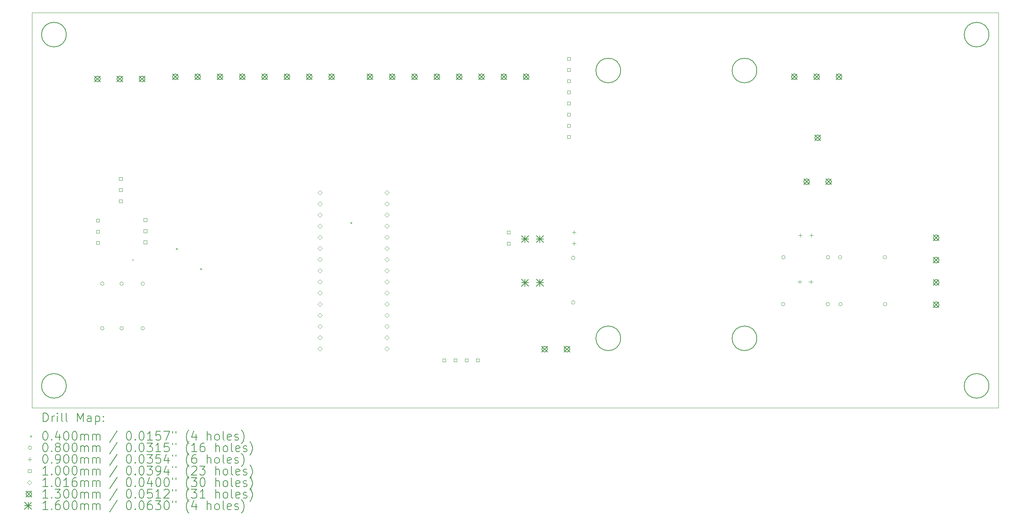
<source format=gbr>
%TF.GenerationSoftware,KiCad,Pcbnew,7.0.8*%
%TF.CreationDate,2024-09-15T13:05:01-06:00*%
%TF.ProjectId,CANBOARD_REV1,43414e42-4f41-4524-945f-524556312e6b,rev?*%
%TF.SameCoordinates,Original*%
%TF.FileFunction,Drillmap*%
%TF.FilePolarity,Positive*%
%FSLAX45Y45*%
G04 Gerber Fmt 4.5, Leading zero omitted, Abs format (unit mm)*
G04 Created by KiCad (PCBNEW 7.0.8) date 2024-09-15 13:05:01*
%MOMM*%
%LPD*%
G01*
G04 APERTURE LIST*
%ADD10C,0.150000*%
%ADD11C,0.100000*%
%ADD12C,0.200000*%
%ADD13C,0.040000*%
%ADD14C,0.080000*%
%ADD15C,0.090000*%
%ADD16C,0.101600*%
%ADD17C,0.130000*%
%ADD18C,0.160000*%
G04 APERTURE END LIST*
D10*
X14596800Y-2517300D02*
G75*
G03*
X14596800Y-2517300I-280000J0D01*
G01*
X1980000Y-9700000D02*
G75*
G03*
X1980000Y-9700000I-280000J0D01*
G01*
D11*
X1200000Y-1200000D02*
X23200000Y-1200000D01*
X23200000Y-10200000D01*
X1200000Y-10200000D01*
X1200000Y-1200000D01*
D10*
X17696800Y-8617300D02*
G75*
G03*
X17696800Y-8617300I-280000J0D01*
G01*
X14596800Y-8617300D02*
G75*
G03*
X14596800Y-8617300I-280000J0D01*
G01*
X1980000Y-1700000D02*
G75*
G03*
X1980000Y-1700000I-280000J0D01*
G01*
X22980000Y-1700000D02*
G75*
G03*
X22980000Y-1700000I-280000J0D01*
G01*
X17696800Y-2517300D02*
G75*
G03*
X17696800Y-2517300I-280000J0D01*
G01*
X22980000Y-9700000D02*
G75*
G03*
X22980000Y-9700000I-280000J0D01*
G01*
D12*
D13*
X3474000Y-6810300D02*
X3514000Y-6850300D01*
X3514000Y-6810300D02*
X3474000Y-6850300D01*
X4474000Y-6560300D02*
X4514000Y-6600300D01*
X4514000Y-6560300D02*
X4474000Y-6600300D01*
X5024000Y-7020300D02*
X5064000Y-7060300D01*
X5064000Y-7020300D02*
X5024000Y-7060300D01*
X8444000Y-5970300D02*
X8484000Y-6010300D01*
X8484000Y-5970300D02*
X8444000Y-6010300D01*
D14*
X2840000Y-7372000D02*
G75*
G03*
X2840000Y-7372000I-40000J0D01*
G01*
X2840000Y-8388000D02*
G75*
G03*
X2840000Y-8388000I-40000J0D01*
G01*
X3280000Y-7372000D02*
G75*
G03*
X3280000Y-7372000I-40000J0D01*
G01*
X3280000Y-8388000D02*
G75*
G03*
X3280000Y-8388000I-40000J0D01*
G01*
X3760000Y-7372000D02*
G75*
G03*
X3760000Y-7372000I-40000J0D01*
G01*
X3760000Y-8388000D02*
G75*
G03*
X3760000Y-8388000I-40000J0D01*
G01*
X13558100Y-6784250D02*
G75*
G03*
X13558100Y-6784250I-40000J0D01*
G01*
X13558100Y-7800250D02*
G75*
G03*
X13558100Y-7800250I-40000J0D01*
G01*
X18334000Y-7840000D02*
G75*
G03*
X18334000Y-7840000I-40000J0D01*
G01*
X18342000Y-6770000D02*
G75*
G03*
X18342000Y-6770000I-40000J0D01*
G01*
X19350000Y-7840000D02*
G75*
G03*
X19350000Y-7840000I-40000J0D01*
G01*
X19358000Y-6770000D02*
G75*
G03*
X19358000Y-6770000I-40000J0D01*
G01*
X19634000Y-6770000D02*
G75*
G03*
X19634000Y-6770000I-40000J0D01*
G01*
X19642000Y-7840000D02*
G75*
G03*
X19642000Y-7840000I-40000J0D01*
G01*
X20650000Y-6770000D02*
G75*
G03*
X20650000Y-6770000I-40000J0D01*
G01*
X20658000Y-7840000D02*
G75*
G03*
X20658000Y-7840000I-40000J0D01*
G01*
D15*
X13538100Y-6159750D02*
X13538100Y-6249750D01*
X13493100Y-6204750D02*
X13583100Y-6204750D01*
X13538100Y-6413750D02*
X13538100Y-6503750D01*
X13493100Y-6458750D02*
X13583100Y-6458750D01*
X18673500Y-7285000D02*
X18673500Y-7375000D01*
X18628500Y-7330000D02*
X18718500Y-7330000D01*
X18683500Y-6225000D02*
X18683500Y-6315000D01*
X18638500Y-6270000D02*
X18728500Y-6270000D01*
X18927500Y-7285000D02*
X18927500Y-7375000D01*
X18882500Y-7330000D02*
X18972500Y-7330000D01*
X18937500Y-6225000D02*
X18937500Y-6315000D01*
X18892500Y-6270000D02*
X18982500Y-6270000D01*
D11*
X2735356Y-5967356D02*
X2735356Y-5896644D01*
X2664644Y-5896644D01*
X2664644Y-5967356D01*
X2735356Y-5967356D01*
X2735356Y-6221356D02*
X2735356Y-6150644D01*
X2664644Y-6150644D01*
X2664644Y-6221356D01*
X2735356Y-6221356D01*
X2735356Y-6475356D02*
X2735356Y-6404644D01*
X2664644Y-6404644D01*
X2664644Y-6475356D01*
X2735356Y-6475356D01*
X3255356Y-5021356D02*
X3255356Y-4950644D01*
X3184644Y-4950644D01*
X3184644Y-5021356D01*
X3255356Y-5021356D01*
X3255356Y-5275356D02*
X3255356Y-5204644D01*
X3184644Y-5204644D01*
X3184644Y-5275356D01*
X3255356Y-5275356D01*
X3255356Y-5529356D02*
X3255356Y-5458644D01*
X3184644Y-5458644D01*
X3184644Y-5529356D01*
X3255356Y-5529356D01*
X3815356Y-5955356D02*
X3815356Y-5884644D01*
X3744644Y-5884644D01*
X3744644Y-5955356D01*
X3815356Y-5955356D01*
X3815356Y-6209356D02*
X3815356Y-6138644D01*
X3744644Y-6138644D01*
X3744644Y-6209356D01*
X3815356Y-6209356D01*
X3815356Y-6463356D02*
X3815356Y-6392644D01*
X3744644Y-6392644D01*
X3744644Y-6463356D01*
X3815356Y-6463356D01*
X10619356Y-9153656D02*
X10619356Y-9082944D01*
X10548644Y-9082944D01*
X10548644Y-9153656D01*
X10619356Y-9153656D01*
X10873356Y-9153656D02*
X10873356Y-9082944D01*
X10802644Y-9082944D01*
X10802644Y-9153656D01*
X10873356Y-9153656D01*
X11127356Y-9153656D02*
X11127356Y-9082944D01*
X11056644Y-9082944D01*
X11056644Y-9153656D01*
X11127356Y-9153656D01*
X11381356Y-9153656D02*
X11381356Y-9082944D01*
X11310644Y-9082944D01*
X11310644Y-9153656D01*
X11381356Y-9153656D01*
X12079356Y-6238156D02*
X12079356Y-6167444D01*
X12008644Y-6167444D01*
X12008644Y-6238156D01*
X12079356Y-6238156D01*
X12079356Y-6492156D02*
X12079356Y-6421444D01*
X12008644Y-6421444D01*
X12008644Y-6492156D01*
X12079356Y-6492156D01*
X13455356Y-2287356D02*
X13455356Y-2216644D01*
X13384644Y-2216644D01*
X13384644Y-2287356D01*
X13455356Y-2287356D01*
X13455356Y-2541356D02*
X13455356Y-2470644D01*
X13384644Y-2470644D01*
X13384644Y-2541356D01*
X13455356Y-2541356D01*
X13455356Y-2795356D02*
X13455356Y-2724644D01*
X13384644Y-2724644D01*
X13384644Y-2795356D01*
X13455356Y-2795356D01*
X13455356Y-3049356D02*
X13455356Y-2978644D01*
X13384644Y-2978644D01*
X13384644Y-3049356D01*
X13455356Y-3049356D01*
X13455356Y-3303356D02*
X13455356Y-3232644D01*
X13384644Y-3232644D01*
X13384644Y-3303356D01*
X13455356Y-3303356D01*
X13455356Y-3557356D02*
X13455356Y-3486644D01*
X13384644Y-3486644D01*
X13384644Y-3557356D01*
X13455356Y-3557356D01*
X13455356Y-3811356D02*
X13455356Y-3740644D01*
X13384644Y-3740644D01*
X13384644Y-3811356D01*
X13455356Y-3811356D01*
X13455356Y-4065356D02*
X13455356Y-3994644D01*
X13384644Y-3994644D01*
X13384644Y-4065356D01*
X13455356Y-4065356D01*
D16*
X7758000Y-5350800D02*
X7808800Y-5300000D01*
X7758000Y-5249200D01*
X7707200Y-5300000D01*
X7758000Y-5350800D01*
X7758000Y-5604800D02*
X7808800Y-5554000D01*
X7758000Y-5503200D01*
X7707200Y-5554000D01*
X7758000Y-5604800D01*
X7758000Y-5858800D02*
X7808800Y-5808000D01*
X7758000Y-5757200D01*
X7707200Y-5808000D01*
X7758000Y-5858800D01*
X7758000Y-6112800D02*
X7808800Y-6062000D01*
X7758000Y-6011200D01*
X7707200Y-6062000D01*
X7758000Y-6112800D01*
X7758000Y-6366800D02*
X7808800Y-6316000D01*
X7758000Y-6265200D01*
X7707200Y-6316000D01*
X7758000Y-6366800D01*
X7758000Y-6620800D02*
X7808800Y-6570000D01*
X7758000Y-6519200D01*
X7707200Y-6570000D01*
X7758000Y-6620800D01*
X7758000Y-6874800D02*
X7808800Y-6824000D01*
X7758000Y-6773200D01*
X7707200Y-6824000D01*
X7758000Y-6874800D01*
X7758000Y-7128800D02*
X7808800Y-7078000D01*
X7758000Y-7027200D01*
X7707200Y-7078000D01*
X7758000Y-7128800D01*
X7758000Y-7382800D02*
X7808800Y-7332000D01*
X7758000Y-7281200D01*
X7707200Y-7332000D01*
X7758000Y-7382800D01*
X7758000Y-7636800D02*
X7808800Y-7586000D01*
X7758000Y-7535200D01*
X7707200Y-7586000D01*
X7758000Y-7636800D01*
X7758000Y-7890800D02*
X7808800Y-7840000D01*
X7758000Y-7789200D01*
X7707200Y-7840000D01*
X7758000Y-7890800D01*
X7758000Y-8144800D02*
X7808800Y-8094000D01*
X7758000Y-8043200D01*
X7707200Y-8094000D01*
X7758000Y-8144800D01*
X7758000Y-8398800D02*
X7808800Y-8348000D01*
X7758000Y-8297200D01*
X7707200Y-8348000D01*
X7758000Y-8398800D01*
X7758000Y-8652800D02*
X7808800Y-8602000D01*
X7758000Y-8551200D01*
X7707200Y-8602000D01*
X7758000Y-8652800D01*
X7758000Y-8906800D02*
X7808800Y-8856000D01*
X7758000Y-8805200D01*
X7707200Y-8856000D01*
X7758000Y-8906800D01*
X9282000Y-5350800D02*
X9332800Y-5300000D01*
X9282000Y-5249200D01*
X9231200Y-5300000D01*
X9282000Y-5350800D01*
X9282000Y-5604800D02*
X9332800Y-5554000D01*
X9282000Y-5503200D01*
X9231200Y-5554000D01*
X9282000Y-5604800D01*
X9282000Y-5858800D02*
X9332800Y-5808000D01*
X9282000Y-5757200D01*
X9231200Y-5808000D01*
X9282000Y-5858800D01*
X9282000Y-6112800D02*
X9332800Y-6062000D01*
X9282000Y-6011200D01*
X9231200Y-6062000D01*
X9282000Y-6112800D01*
X9282000Y-6366800D02*
X9332800Y-6316000D01*
X9282000Y-6265200D01*
X9231200Y-6316000D01*
X9282000Y-6366800D01*
X9282000Y-6620800D02*
X9332800Y-6570000D01*
X9282000Y-6519200D01*
X9231200Y-6570000D01*
X9282000Y-6620800D01*
X9282000Y-6874800D02*
X9332800Y-6824000D01*
X9282000Y-6773200D01*
X9231200Y-6824000D01*
X9282000Y-6874800D01*
X9282000Y-7128800D02*
X9332800Y-7078000D01*
X9282000Y-7027200D01*
X9231200Y-7078000D01*
X9282000Y-7128800D01*
X9282000Y-7382800D02*
X9332800Y-7332000D01*
X9282000Y-7281200D01*
X9231200Y-7332000D01*
X9282000Y-7382800D01*
X9282000Y-7636800D02*
X9332800Y-7586000D01*
X9282000Y-7535200D01*
X9231200Y-7586000D01*
X9282000Y-7636800D01*
X9282000Y-7890800D02*
X9332800Y-7840000D01*
X9282000Y-7789200D01*
X9231200Y-7840000D01*
X9282000Y-7890800D01*
X9282000Y-8144800D02*
X9332800Y-8094000D01*
X9282000Y-8043200D01*
X9231200Y-8094000D01*
X9282000Y-8144800D01*
X9282000Y-8398800D02*
X9332800Y-8348000D01*
X9282000Y-8297200D01*
X9231200Y-8348000D01*
X9282000Y-8398800D01*
X9282000Y-8652800D02*
X9332800Y-8602000D01*
X9282000Y-8551200D01*
X9231200Y-8602000D01*
X9282000Y-8652800D01*
X9282000Y-8906800D02*
X9332800Y-8856000D01*
X9282000Y-8805200D01*
X9231200Y-8856000D01*
X9282000Y-8906800D01*
D17*
X2626500Y-2645000D02*
X2756500Y-2775000D01*
X2756500Y-2645000D02*
X2626500Y-2775000D01*
X2756500Y-2710000D02*
G75*
G03*
X2756500Y-2710000I-65000J0D01*
G01*
X3134500Y-2645000D02*
X3264500Y-2775000D01*
X3264500Y-2645000D02*
X3134500Y-2775000D01*
X3264500Y-2710000D02*
G75*
G03*
X3264500Y-2710000I-65000J0D01*
G01*
X3642500Y-2645000D02*
X3772500Y-2775000D01*
X3772500Y-2645000D02*
X3642500Y-2775000D01*
X3772500Y-2710000D02*
G75*
G03*
X3772500Y-2710000I-65000J0D01*
G01*
X4399000Y-2595000D02*
X4529000Y-2725000D01*
X4529000Y-2595000D02*
X4399000Y-2725000D01*
X4529000Y-2660000D02*
G75*
G03*
X4529000Y-2660000I-65000J0D01*
G01*
X4907000Y-2595000D02*
X5037000Y-2725000D01*
X5037000Y-2595000D02*
X4907000Y-2725000D01*
X5037000Y-2660000D02*
G75*
G03*
X5037000Y-2660000I-65000J0D01*
G01*
X5415000Y-2595000D02*
X5545000Y-2725000D01*
X5545000Y-2595000D02*
X5415000Y-2725000D01*
X5545000Y-2660000D02*
G75*
G03*
X5545000Y-2660000I-65000J0D01*
G01*
X5923000Y-2595000D02*
X6053000Y-2725000D01*
X6053000Y-2595000D02*
X5923000Y-2725000D01*
X6053000Y-2660000D02*
G75*
G03*
X6053000Y-2660000I-65000J0D01*
G01*
X6431000Y-2595000D02*
X6561000Y-2725000D01*
X6561000Y-2595000D02*
X6431000Y-2725000D01*
X6561000Y-2660000D02*
G75*
G03*
X6561000Y-2660000I-65000J0D01*
G01*
X6939000Y-2595000D02*
X7069000Y-2725000D01*
X7069000Y-2595000D02*
X6939000Y-2725000D01*
X7069000Y-2660000D02*
G75*
G03*
X7069000Y-2660000I-65000J0D01*
G01*
X7447000Y-2595000D02*
X7577000Y-2725000D01*
X7577000Y-2595000D02*
X7447000Y-2725000D01*
X7577000Y-2660000D02*
G75*
G03*
X7577000Y-2660000I-65000J0D01*
G01*
X7955000Y-2595000D02*
X8085000Y-2725000D01*
X8085000Y-2595000D02*
X7955000Y-2725000D01*
X8085000Y-2660000D02*
G75*
G03*
X8085000Y-2660000I-65000J0D01*
G01*
X8827000Y-2595000D02*
X8957000Y-2725000D01*
X8957000Y-2595000D02*
X8827000Y-2725000D01*
X8957000Y-2660000D02*
G75*
G03*
X8957000Y-2660000I-65000J0D01*
G01*
X9335000Y-2595000D02*
X9465000Y-2725000D01*
X9465000Y-2595000D02*
X9335000Y-2725000D01*
X9465000Y-2660000D02*
G75*
G03*
X9465000Y-2660000I-65000J0D01*
G01*
X9843000Y-2595000D02*
X9973000Y-2725000D01*
X9973000Y-2595000D02*
X9843000Y-2725000D01*
X9973000Y-2660000D02*
G75*
G03*
X9973000Y-2660000I-65000J0D01*
G01*
X10351000Y-2595000D02*
X10481000Y-2725000D01*
X10481000Y-2595000D02*
X10351000Y-2725000D01*
X10481000Y-2660000D02*
G75*
G03*
X10481000Y-2660000I-65000J0D01*
G01*
X10859000Y-2595000D02*
X10989000Y-2725000D01*
X10989000Y-2595000D02*
X10859000Y-2725000D01*
X10989000Y-2660000D02*
G75*
G03*
X10989000Y-2660000I-65000J0D01*
G01*
X11367000Y-2595000D02*
X11497000Y-2725000D01*
X11497000Y-2595000D02*
X11367000Y-2725000D01*
X11497000Y-2660000D02*
G75*
G03*
X11497000Y-2660000I-65000J0D01*
G01*
X11875000Y-2595000D02*
X12005000Y-2725000D01*
X12005000Y-2595000D02*
X11875000Y-2725000D01*
X12005000Y-2660000D02*
G75*
G03*
X12005000Y-2660000I-65000J0D01*
G01*
X12383000Y-2595000D02*
X12513000Y-2725000D01*
X12513000Y-2595000D02*
X12383000Y-2725000D01*
X12513000Y-2660000D02*
G75*
G03*
X12513000Y-2660000I-65000J0D01*
G01*
X12804000Y-8798700D02*
X12934000Y-8928700D01*
X12934000Y-8798700D02*
X12804000Y-8928700D01*
X12934000Y-8863700D02*
G75*
G03*
X12934000Y-8863700I-65000J0D01*
G01*
X13312000Y-8798700D02*
X13442000Y-8928700D01*
X13442000Y-8798700D02*
X13312000Y-8928700D01*
X13442000Y-8863700D02*
G75*
G03*
X13442000Y-8863700I-65000J0D01*
G01*
X18486500Y-2595000D02*
X18616500Y-2725000D01*
X18616500Y-2595000D02*
X18486500Y-2725000D01*
X18616500Y-2660000D02*
G75*
G03*
X18616500Y-2660000I-65000J0D01*
G01*
X18766500Y-4985300D02*
X18896500Y-5115300D01*
X18896500Y-4985300D02*
X18766500Y-5115300D01*
X18896500Y-5050300D02*
G75*
G03*
X18896500Y-5050300I-65000J0D01*
G01*
X18994500Y-2595000D02*
X19124500Y-2725000D01*
X19124500Y-2595000D02*
X18994500Y-2725000D01*
X19124500Y-2660000D02*
G75*
G03*
X19124500Y-2660000I-65000J0D01*
G01*
X19016500Y-3985300D02*
X19146500Y-4115300D01*
X19146500Y-3985300D02*
X19016500Y-4115300D01*
X19146500Y-4050300D02*
G75*
G03*
X19146500Y-4050300I-65000J0D01*
G01*
X19266500Y-4985300D02*
X19396500Y-5115300D01*
X19396500Y-4985300D02*
X19266500Y-5115300D01*
X19396500Y-5050300D02*
G75*
G03*
X19396500Y-5050300I-65000J0D01*
G01*
X19502500Y-2595000D02*
X19632500Y-2725000D01*
X19632500Y-2595000D02*
X19502500Y-2725000D01*
X19632500Y-2660000D02*
G75*
G03*
X19632500Y-2660000I-65000J0D01*
G01*
X21715500Y-6263000D02*
X21845500Y-6393000D01*
X21845500Y-6263000D02*
X21715500Y-6393000D01*
X21845500Y-6328000D02*
G75*
G03*
X21845500Y-6328000I-65000J0D01*
G01*
X21715500Y-6771000D02*
X21845500Y-6901000D01*
X21845500Y-6771000D02*
X21715500Y-6901000D01*
X21845500Y-6836000D02*
G75*
G03*
X21845500Y-6836000I-65000J0D01*
G01*
X21715500Y-7279000D02*
X21845500Y-7409000D01*
X21845500Y-7279000D02*
X21715500Y-7409000D01*
X21845500Y-7344000D02*
G75*
G03*
X21845500Y-7344000I-65000J0D01*
G01*
X21715500Y-7787000D02*
X21845500Y-7917000D01*
X21845500Y-7787000D02*
X21715500Y-7917000D01*
X21845500Y-7852000D02*
G75*
G03*
X21845500Y-7852000I-65000J0D01*
G01*
D18*
X12339600Y-6276000D02*
X12499600Y-6436000D01*
X12499600Y-6276000D02*
X12339600Y-6436000D01*
X12419600Y-6276000D02*
X12419600Y-6436000D01*
X12339600Y-6356000D02*
X12499600Y-6356000D01*
X12339600Y-7268000D02*
X12499600Y-7428000D01*
X12499600Y-7268000D02*
X12339600Y-7428000D01*
X12419600Y-7268000D02*
X12419600Y-7428000D01*
X12339600Y-7348000D02*
X12499600Y-7348000D01*
X12679600Y-6276000D02*
X12839600Y-6436000D01*
X12839600Y-6276000D02*
X12679600Y-6436000D01*
X12759600Y-6276000D02*
X12759600Y-6436000D01*
X12679600Y-6356000D02*
X12839600Y-6356000D01*
X12679600Y-7268000D02*
X12839600Y-7428000D01*
X12839600Y-7268000D02*
X12679600Y-7428000D01*
X12759600Y-7268000D02*
X12759600Y-7428000D01*
X12679600Y-7348000D02*
X12839600Y-7348000D01*
D12*
X1455777Y-10516484D02*
X1455777Y-10316484D01*
X1455777Y-10316484D02*
X1503396Y-10316484D01*
X1503396Y-10316484D02*
X1531967Y-10326008D01*
X1531967Y-10326008D02*
X1551015Y-10345055D01*
X1551015Y-10345055D02*
X1560539Y-10364103D01*
X1560539Y-10364103D02*
X1570062Y-10402198D01*
X1570062Y-10402198D02*
X1570062Y-10430770D01*
X1570062Y-10430770D02*
X1560539Y-10468865D01*
X1560539Y-10468865D02*
X1551015Y-10487912D01*
X1551015Y-10487912D02*
X1531967Y-10506960D01*
X1531967Y-10506960D02*
X1503396Y-10516484D01*
X1503396Y-10516484D02*
X1455777Y-10516484D01*
X1655777Y-10516484D02*
X1655777Y-10383150D01*
X1655777Y-10421246D02*
X1665301Y-10402198D01*
X1665301Y-10402198D02*
X1674824Y-10392674D01*
X1674824Y-10392674D02*
X1693872Y-10383150D01*
X1693872Y-10383150D02*
X1712920Y-10383150D01*
X1779586Y-10516484D02*
X1779586Y-10383150D01*
X1779586Y-10316484D02*
X1770062Y-10326008D01*
X1770062Y-10326008D02*
X1779586Y-10335531D01*
X1779586Y-10335531D02*
X1789110Y-10326008D01*
X1789110Y-10326008D02*
X1779586Y-10316484D01*
X1779586Y-10316484D02*
X1779586Y-10335531D01*
X1903396Y-10516484D02*
X1884348Y-10506960D01*
X1884348Y-10506960D02*
X1874824Y-10487912D01*
X1874824Y-10487912D02*
X1874824Y-10316484D01*
X2008158Y-10516484D02*
X1989110Y-10506960D01*
X1989110Y-10506960D02*
X1979586Y-10487912D01*
X1979586Y-10487912D02*
X1979586Y-10316484D01*
X2236729Y-10516484D02*
X2236729Y-10316484D01*
X2236729Y-10316484D02*
X2303396Y-10459341D01*
X2303396Y-10459341D02*
X2370063Y-10316484D01*
X2370063Y-10316484D02*
X2370063Y-10516484D01*
X2551015Y-10516484D02*
X2551015Y-10411722D01*
X2551015Y-10411722D02*
X2541491Y-10392674D01*
X2541491Y-10392674D02*
X2522444Y-10383150D01*
X2522444Y-10383150D02*
X2484348Y-10383150D01*
X2484348Y-10383150D02*
X2465301Y-10392674D01*
X2551015Y-10506960D02*
X2531967Y-10516484D01*
X2531967Y-10516484D02*
X2484348Y-10516484D01*
X2484348Y-10516484D02*
X2465301Y-10506960D01*
X2465301Y-10506960D02*
X2455777Y-10487912D01*
X2455777Y-10487912D02*
X2455777Y-10468865D01*
X2455777Y-10468865D02*
X2465301Y-10449817D01*
X2465301Y-10449817D02*
X2484348Y-10440293D01*
X2484348Y-10440293D02*
X2531967Y-10440293D01*
X2531967Y-10440293D02*
X2551015Y-10430770D01*
X2646253Y-10383150D02*
X2646253Y-10583150D01*
X2646253Y-10392674D02*
X2665301Y-10383150D01*
X2665301Y-10383150D02*
X2703396Y-10383150D01*
X2703396Y-10383150D02*
X2722444Y-10392674D01*
X2722444Y-10392674D02*
X2731967Y-10402198D01*
X2731967Y-10402198D02*
X2741491Y-10421246D01*
X2741491Y-10421246D02*
X2741491Y-10478389D01*
X2741491Y-10478389D02*
X2731967Y-10497436D01*
X2731967Y-10497436D02*
X2722444Y-10506960D01*
X2722444Y-10506960D02*
X2703396Y-10516484D01*
X2703396Y-10516484D02*
X2665301Y-10516484D01*
X2665301Y-10516484D02*
X2646253Y-10506960D01*
X2827205Y-10497436D02*
X2836729Y-10506960D01*
X2836729Y-10506960D02*
X2827205Y-10516484D01*
X2827205Y-10516484D02*
X2817682Y-10506960D01*
X2817682Y-10506960D02*
X2827205Y-10497436D01*
X2827205Y-10497436D02*
X2827205Y-10516484D01*
X2827205Y-10392674D02*
X2836729Y-10402198D01*
X2836729Y-10402198D02*
X2827205Y-10411722D01*
X2827205Y-10411722D02*
X2817682Y-10402198D01*
X2817682Y-10402198D02*
X2827205Y-10392674D01*
X2827205Y-10392674D02*
X2827205Y-10411722D01*
D13*
X1155000Y-10825000D02*
X1195000Y-10865000D01*
X1195000Y-10825000D02*
X1155000Y-10865000D01*
D12*
X1493872Y-10736484D02*
X1512920Y-10736484D01*
X1512920Y-10736484D02*
X1531967Y-10746008D01*
X1531967Y-10746008D02*
X1541491Y-10755531D01*
X1541491Y-10755531D02*
X1551015Y-10774579D01*
X1551015Y-10774579D02*
X1560539Y-10812674D01*
X1560539Y-10812674D02*
X1560539Y-10860293D01*
X1560539Y-10860293D02*
X1551015Y-10898389D01*
X1551015Y-10898389D02*
X1541491Y-10917436D01*
X1541491Y-10917436D02*
X1531967Y-10926960D01*
X1531967Y-10926960D02*
X1512920Y-10936484D01*
X1512920Y-10936484D02*
X1493872Y-10936484D01*
X1493872Y-10936484D02*
X1474824Y-10926960D01*
X1474824Y-10926960D02*
X1465301Y-10917436D01*
X1465301Y-10917436D02*
X1455777Y-10898389D01*
X1455777Y-10898389D02*
X1446253Y-10860293D01*
X1446253Y-10860293D02*
X1446253Y-10812674D01*
X1446253Y-10812674D02*
X1455777Y-10774579D01*
X1455777Y-10774579D02*
X1465301Y-10755531D01*
X1465301Y-10755531D02*
X1474824Y-10746008D01*
X1474824Y-10746008D02*
X1493872Y-10736484D01*
X1646253Y-10917436D02*
X1655777Y-10926960D01*
X1655777Y-10926960D02*
X1646253Y-10936484D01*
X1646253Y-10936484D02*
X1636729Y-10926960D01*
X1636729Y-10926960D02*
X1646253Y-10917436D01*
X1646253Y-10917436D02*
X1646253Y-10936484D01*
X1827205Y-10803150D02*
X1827205Y-10936484D01*
X1779586Y-10726960D02*
X1731967Y-10869817D01*
X1731967Y-10869817D02*
X1855777Y-10869817D01*
X1970062Y-10736484D02*
X1989110Y-10736484D01*
X1989110Y-10736484D02*
X2008158Y-10746008D01*
X2008158Y-10746008D02*
X2017682Y-10755531D01*
X2017682Y-10755531D02*
X2027205Y-10774579D01*
X2027205Y-10774579D02*
X2036729Y-10812674D01*
X2036729Y-10812674D02*
X2036729Y-10860293D01*
X2036729Y-10860293D02*
X2027205Y-10898389D01*
X2027205Y-10898389D02*
X2017682Y-10917436D01*
X2017682Y-10917436D02*
X2008158Y-10926960D01*
X2008158Y-10926960D02*
X1989110Y-10936484D01*
X1989110Y-10936484D02*
X1970062Y-10936484D01*
X1970062Y-10936484D02*
X1951015Y-10926960D01*
X1951015Y-10926960D02*
X1941491Y-10917436D01*
X1941491Y-10917436D02*
X1931967Y-10898389D01*
X1931967Y-10898389D02*
X1922443Y-10860293D01*
X1922443Y-10860293D02*
X1922443Y-10812674D01*
X1922443Y-10812674D02*
X1931967Y-10774579D01*
X1931967Y-10774579D02*
X1941491Y-10755531D01*
X1941491Y-10755531D02*
X1951015Y-10746008D01*
X1951015Y-10746008D02*
X1970062Y-10736484D01*
X2160539Y-10736484D02*
X2179586Y-10736484D01*
X2179586Y-10736484D02*
X2198634Y-10746008D01*
X2198634Y-10746008D02*
X2208158Y-10755531D01*
X2208158Y-10755531D02*
X2217682Y-10774579D01*
X2217682Y-10774579D02*
X2227205Y-10812674D01*
X2227205Y-10812674D02*
X2227205Y-10860293D01*
X2227205Y-10860293D02*
X2217682Y-10898389D01*
X2217682Y-10898389D02*
X2208158Y-10917436D01*
X2208158Y-10917436D02*
X2198634Y-10926960D01*
X2198634Y-10926960D02*
X2179586Y-10936484D01*
X2179586Y-10936484D02*
X2160539Y-10936484D01*
X2160539Y-10936484D02*
X2141491Y-10926960D01*
X2141491Y-10926960D02*
X2131967Y-10917436D01*
X2131967Y-10917436D02*
X2122444Y-10898389D01*
X2122444Y-10898389D02*
X2112920Y-10860293D01*
X2112920Y-10860293D02*
X2112920Y-10812674D01*
X2112920Y-10812674D02*
X2122444Y-10774579D01*
X2122444Y-10774579D02*
X2131967Y-10755531D01*
X2131967Y-10755531D02*
X2141491Y-10746008D01*
X2141491Y-10746008D02*
X2160539Y-10736484D01*
X2312920Y-10936484D02*
X2312920Y-10803150D01*
X2312920Y-10822198D02*
X2322444Y-10812674D01*
X2322444Y-10812674D02*
X2341491Y-10803150D01*
X2341491Y-10803150D02*
X2370063Y-10803150D01*
X2370063Y-10803150D02*
X2389110Y-10812674D01*
X2389110Y-10812674D02*
X2398634Y-10831722D01*
X2398634Y-10831722D02*
X2398634Y-10936484D01*
X2398634Y-10831722D02*
X2408158Y-10812674D01*
X2408158Y-10812674D02*
X2427205Y-10803150D01*
X2427205Y-10803150D02*
X2455777Y-10803150D01*
X2455777Y-10803150D02*
X2474825Y-10812674D01*
X2474825Y-10812674D02*
X2484348Y-10831722D01*
X2484348Y-10831722D02*
X2484348Y-10936484D01*
X2579586Y-10936484D02*
X2579586Y-10803150D01*
X2579586Y-10822198D02*
X2589110Y-10812674D01*
X2589110Y-10812674D02*
X2608158Y-10803150D01*
X2608158Y-10803150D02*
X2636729Y-10803150D01*
X2636729Y-10803150D02*
X2655777Y-10812674D01*
X2655777Y-10812674D02*
X2665301Y-10831722D01*
X2665301Y-10831722D02*
X2665301Y-10936484D01*
X2665301Y-10831722D02*
X2674825Y-10812674D01*
X2674825Y-10812674D02*
X2693872Y-10803150D01*
X2693872Y-10803150D02*
X2722444Y-10803150D01*
X2722444Y-10803150D02*
X2741491Y-10812674D01*
X2741491Y-10812674D02*
X2751015Y-10831722D01*
X2751015Y-10831722D02*
X2751015Y-10936484D01*
X3141491Y-10726960D02*
X2970063Y-10984103D01*
X3398634Y-10736484D02*
X3417682Y-10736484D01*
X3417682Y-10736484D02*
X3436729Y-10746008D01*
X3436729Y-10746008D02*
X3446253Y-10755531D01*
X3446253Y-10755531D02*
X3455777Y-10774579D01*
X3455777Y-10774579D02*
X3465301Y-10812674D01*
X3465301Y-10812674D02*
X3465301Y-10860293D01*
X3465301Y-10860293D02*
X3455777Y-10898389D01*
X3455777Y-10898389D02*
X3446253Y-10917436D01*
X3446253Y-10917436D02*
X3436729Y-10926960D01*
X3436729Y-10926960D02*
X3417682Y-10936484D01*
X3417682Y-10936484D02*
X3398634Y-10936484D01*
X3398634Y-10936484D02*
X3379586Y-10926960D01*
X3379586Y-10926960D02*
X3370063Y-10917436D01*
X3370063Y-10917436D02*
X3360539Y-10898389D01*
X3360539Y-10898389D02*
X3351015Y-10860293D01*
X3351015Y-10860293D02*
X3351015Y-10812674D01*
X3351015Y-10812674D02*
X3360539Y-10774579D01*
X3360539Y-10774579D02*
X3370063Y-10755531D01*
X3370063Y-10755531D02*
X3379586Y-10746008D01*
X3379586Y-10746008D02*
X3398634Y-10736484D01*
X3551015Y-10917436D02*
X3560539Y-10926960D01*
X3560539Y-10926960D02*
X3551015Y-10936484D01*
X3551015Y-10936484D02*
X3541491Y-10926960D01*
X3541491Y-10926960D02*
X3551015Y-10917436D01*
X3551015Y-10917436D02*
X3551015Y-10936484D01*
X3684348Y-10736484D02*
X3703396Y-10736484D01*
X3703396Y-10736484D02*
X3722444Y-10746008D01*
X3722444Y-10746008D02*
X3731967Y-10755531D01*
X3731967Y-10755531D02*
X3741491Y-10774579D01*
X3741491Y-10774579D02*
X3751015Y-10812674D01*
X3751015Y-10812674D02*
X3751015Y-10860293D01*
X3751015Y-10860293D02*
X3741491Y-10898389D01*
X3741491Y-10898389D02*
X3731967Y-10917436D01*
X3731967Y-10917436D02*
X3722444Y-10926960D01*
X3722444Y-10926960D02*
X3703396Y-10936484D01*
X3703396Y-10936484D02*
X3684348Y-10936484D01*
X3684348Y-10936484D02*
X3665301Y-10926960D01*
X3665301Y-10926960D02*
X3655777Y-10917436D01*
X3655777Y-10917436D02*
X3646253Y-10898389D01*
X3646253Y-10898389D02*
X3636729Y-10860293D01*
X3636729Y-10860293D02*
X3636729Y-10812674D01*
X3636729Y-10812674D02*
X3646253Y-10774579D01*
X3646253Y-10774579D02*
X3655777Y-10755531D01*
X3655777Y-10755531D02*
X3665301Y-10746008D01*
X3665301Y-10746008D02*
X3684348Y-10736484D01*
X3941491Y-10936484D02*
X3827206Y-10936484D01*
X3884348Y-10936484D02*
X3884348Y-10736484D01*
X3884348Y-10736484D02*
X3865301Y-10765055D01*
X3865301Y-10765055D02*
X3846253Y-10784103D01*
X3846253Y-10784103D02*
X3827206Y-10793627D01*
X4122444Y-10736484D02*
X4027206Y-10736484D01*
X4027206Y-10736484D02*
X4017682Y-10831722D01*
X4017682Y-10831722D02*
X4027206Y-10822198D01*
X4027206Y-10822198D02*
X4046253Y-10812674D01*
X4046253Y-10812674D02*
X4093872Y-10812674D01*
X4093872Y-10812674D02*
X4112920Y-10822198D01*
X4112920Y-10822198D02*
X4122444Y-10831722D01*
X4122444Y-10831722D02*
X4131967Y-10850770D01*
X4131967Y-10850770D02*
X4131967Y-10898389D01*
X4131967Y-10898389D02*
X4122444Y-10917436D01*
X4122444Y-10917436D02*
X4112920Y-10926960D01*
X4112920Y-10926960D02*
X4093872Y-10936484D01*
X4093872Y-10936484D02*
X4046253Y-10936484D01*
X4046253Y-10936484D02*
X4027206Y-10926960D01*
X4027206Y-10926960D02*
X4017682Y-10917436D01*
X4198634Y-10736484D02*
X4331968Y-10736484D01*
X4331968Y-10736484D02*
X4246253Y-10936484D01*
X4398634Y-10736484D02*
X4398634Y-10774579D01*
X4474825Y-10736484D02*
X4474825Y-10774579D01*
X4770063Y-11012674D02*
X4760539Y-11003150D01*
X4760539Y-11003150D02*
X4741491Y-10974579D01*
X4741491Y-10974579D02*
X4731968Y-10955531D01*
X4731968Y-10955531D02*
X4722444Y-10926960D01*
X4722444Y-10926960D02*
X4712920Y-10879341D01*
X4712920Y-10879341D02*
X4712920Y-10841246D01*
X4712920Y-10841246D02*
X4722444Y-10793627D01*
X4722444Y-10793627D02*
X4731968Y-10765055D01*
X4731968Y-10765055D02*
X4741491Y-10746008D01*
X4741491Y-10746008D02*
X4760539Y-10717436D01*
X4760539Y-10717436D02*
X4770063Y-10707912D01*
X4931968Y-10803150D02*
X4931968Y-10936484D01*
X4884349Y-10726960D02*
X4836730Y-10869817D01*
X4836730Y-10869817D02*
X4960539Y-10869817D01*
X5189111Y-10936484D02*
X5189111Y-10736484D01*
X5274825Y-10936484D02*
X5274825Y-10831722D01*
X5274825Y-10831722D02*
X5265301Y-10812674D01*
X5265301Y-10812674D02*
X5246253Y-10803150D01*
X5246253Y-10803150D02*
X5217682Y-10803150D01*
X5217682Y-10803150D02*
X5198634Y-10812674D01*
X5198634Y-10812674D02*
X5189111Y-10822198D01*
X5398634Y-10936484D02*
X5379587Y-10926960D01*
X5379587Y-10926960D02*
X5370063Y-10917436D01*
X5370063Y-10917436D02*
X5360539Y-10898389D01*
X5360539Y-10898389D02*
X5360539Y-10841246D01*
X5360539Y-10841246D02*
X5370063Y-10822198D01*
X5370063Y-10822198D02*
X5379587Y-10812674D01*
X5379587Y-10812674D02*
X5398634Y-10803150D01*
X5398634Y-10803150D02*
X5427206Y-10803150D01*
X5427206Y-10803150D02*
X5446253Y-10812674D01*
X5446253Y-10812674D02*
X5455777Y-10822198D01*
X5455777Y-10822198D02*
X5465301Y-10841246D01*
X5465301Y-10841246D02*
X5465301Y-10898389D01*
X5465301Y-10898389D02*
X5455777Y-10917436D01*
X5455777Y-10917436D02*
X5446253Y-10926960D01*
X5446253Y-10926960D02*
X5427206Y-10936484D01*
X5427206Y-10936484D02*
X5398634Y-10936484D01*
X5579587Y-10936484D02*
X5560539Y-10926960D01*
X5560539Y-10926960D02*
X5551015Y-10907912D01*
X5551015Y-10907912D02*
X5551015Y-10736484D01*
X5731968Y-10926960D02*
X5712920Y-10936484D01*
X5712920Y-10936484D02*
X5674825Y-10936484D01*
X5674825Y-10936484D02*
X5655777Y-10926960D01*
X5655777Y-10926960D02*
X5646253Y-10907912D01*
X5646253Y-10907912D02*
X5646253Y-10831722D01*
X5646253Y-10831722D02*
X5655777Y-10812674D01*
X5655777Y-10812674D02*
X5674825Y-10803150D01*
X5674825Y-10803150D02*
X5712920Y-10803150D01*
X5712920Y-10803150D02*
X5731968Y-10812674D01*
X5731968Y-10812674D02*
X5741491Y-10831722D01*
X5741491Y-10831722D02*
X5741491Y-10850770D01*
X5741491Y-10850770D02*
X5646253Y-10869817D01*
X5817682Y-10926960D02*
X5836730Y-10936484D01*
X5836730Y-10936484D02*
X5874825Y-10936484D01*
X5874825Y-10936484D02*
X5893872Y-10926960D01*
X5893872Y-10926960D02*
X5903396Y-10907912D01*
X5903396Y-10907912D02*
X5903396Y-10898389D01*
X5903396Y-10898389D02*
X5893872Y-10879341D01*
X5893872Y-10879341D02*
X5874825Y-10869817D01*
X5874825Y-10869817D02*
X5846253Y-10869817D01*
X5846253Y-10869817D02*
X5827206Y-10860293D01*
X5827206Y-10860293D02*
X5817682Y-10841246D01*
X5817682Y-10841246D02*
X5817682Y-10831722D01*
X5817682Y-10831722D02*
X5827206Y-10812674D01*
X5827206Y-10812674D02*
X5846253Y-10803150D01*
X5846253Y-10803150D02*
X5874825Y-10803150D01*
X5874825Y-10803150D02*
X5893872Y-10812674D01*
X5970063Y-11012674D02*
X5979587Y-11003150D01*
X5979587Y-11003150D02*
X5998634Y-10974579D01*
X5998634Y-10974579D02*
X6008158Y-10955531D01*
X6008158Y-10955531D02*
X6017682Y-10926960D01*
X6017682Y-10926960D02*
X6027206Y-10879341D01*
X6027206Y-10879341D02*
X6027206Y-10841246D01*
X6027206Y-10841246D02*
X6017682Y-10793627D01*
X6017682Y-10793627D02*
X6008158Y-10765055D01*
X6008158Y-10765055D02*
X5998634Y-10746008D01*
X5998634Y-10746008D02*
X5979587Y-10717436D01*
X5979587Y-10717436D02*
X5970063Y-10707912D01*
D14*
X1195000Y-11109000D02*
G75*
G03*
X1195000Y-11109000I-40000J0D01*
G01*
D12*
X1493872Y-11000484D02*
X1512920Y-11000484D01*
X1512920Y-11000484D02*
X1531967Y-11010008D01*
X1531967Y-11010008D02*
X1541491Y-11019531D01*
X1541491Y-11019531D02*
X1551015Y-11038579D01*
X1551015Y-11038579D02*
X1560539Y-11076674D01*
X1560539Y-11076674D02*
X1560539Y-11124293D01*
X1560539Y-11124293D02*
X1551015Y-11162389D01*
X1551015Y-11162389D02*
X1541491Y-11181436D01*
X1541491Y-11181436D02*
X1531967Y-11190960D01*
X1531967Y-11190960D02*
X1512920Y-11200484D01*
X1512920Y-11200484D02*
X1493872Y-11200484D01*
X1493872Y-11200484D02*
X1474824Y-11190960D01*
X1474824Y-11190960D02*
X1465301Y-11181436D01*
X1465301Y-11181436D02*
X1455777Y-11162389D01*
X1455777Y-11162389D02*
X1446253Y-11124293D01*
X1446253Y-11124293D02*
X1446253Y-11076674D01*
X1446253Y-11076674D02*
X1455777Y-11038579D01*
X1455777Y-11038579D02*
X1465301Y-11019531D01*
X1465301Y-11019531D02*
X1474824Y-11010008D01*
X1474824Y-11010008D02*
X1493872Y-11000484D01*
X1646253Y-11181436D02*
X1655777Y-11190960D01*
X1655777Y-11190960D02*
X1646253Y-11200484D01*
X1646253Y-11200484D02*
X1636729Y-11190960D01*
X1636729Y-11190960D02*
X1646253Y-11181436D01*
X1646253Y-11181436D02*
X1646253Y-11200484D01*
X1770062Y-11086198D02*
X1751015Y-11076674D01*
X1751015Y-11076674D02*
X1741491Y-11067150D01*
X1741491Y-11067150D02*
X1731967Y-11048103D01*
X1731967Y-11048103D02*
X1731967Y-11038579D01*
X1731967Y-11038579D02*
X1741491Y-11019531D01*
X1741491Y-11019531D02*
X1751015Y-11010008D01*
X1751015Y-11010008D02*
X1770062Y-11000484D01*
X1770062Y-11000484D02*
X1808158Y-11000484D01*
X1808158Y-11000484D02*
X1827205Y-11010008D01*
X1827205Y-11010008D02*
X1836729Y-11019531D01*
X1836729Y-11019531D02*
X1846253Y-11038579D01*
X1846253Y-11038579D02*
X1846253Y-11048103D01*
X1846253Y-11048103D02*
X1836729Y-11067150D01*
X1836729Y-11067150D02*
X1827205Y-11076674D01*
X1827205Y-11076674D02*
X1808158Y-11086198D01*
X1808158Y-11086198D02*
X1770062Y-11086198D01*
X1770062Y-11086198D02*
X1751015Y-11095722D01*
X1751015Y-11095722D02*
X1741491Y-11105246D01*
X1741491Y-11105246D02*
X1731967Y-11124293D01*
X1731967Y-11124293D02*
X1731967Y-11162389D01*
X1731967Y-11162389D02*
X1741491Y-11181436D01*
X1741491Y-11181436D02*
X1751015Y-11190960D01*
X1751015Y-11190960D02*
X1770062Y-11200484D01*
X1770062Y-11200484D02*
X1808158Y-11200484D01*
X1808158Y-11200484D02*
X1827205Y-11190960D01*
X1827205Y-11190960D02*
X1836729Y-11181436D01*
X1836729Y-11181436D02*
X1846253Y-11162389D01*
X1846253Y-11162389D02*
X1846253Y-11124293D01*
X1846253Y-11124293D02*
X1836729Y-11105246D01*
X1836729Y-11105246D02*
X1827205Y-11095722D01*
X1827205Y-11095722D02*
X1808158Y-11086198D01*
X1970062Y-11000484D02*
X1989110Y-11000484D01*
X1989110Y-11000484D02*
X2008158Y-11010008D01*
X2008158Y-11010008D02*
X2017682Y-11019531D01*
X2017682Y-11019531D02*
X2027205Y-11038579D01*
X2027205Y-11038579D02*
X2036729Y-11076674D01*
X2036729Y-11076674D02*
X2036729Y-11124293D01*
X2036729Y-11124293D02*
X2027205Y-11162389D01*
X2027205Y-11162389D02*
X2017682Y-11181436D01*
X2017682Y-11181436D02*
X2008158Y-11190960D01*
X2008158Y-11190960D02*
X1989110Y-11200484D01*
X1989110Y-11200484D02*
X1970062Y-11200484D01*
X1970062Y-11200484D02*
X1951015Y-11190960D01*
X1951015Y-11190960D02*
X1941491Y-11181436D01*
X1941491Y-11181436D02*
X1931967Y-11162389D01*
X1931967Y-11162389D02*
X1922443Y-11124293D01*
X1922443Y-11124293D02*
X1922443Y-11076674D01*
X1922443Y-11076674D02*
X1931967Y-11038579D01*
X1931967Y-11038579D02*
X1941491Y-11019531D01*
X1941491Y-11019531D02*
X1951015Y-11010008D01*
X1951015Y-11010008D02*
X1970062Y-11000484D01*
X2160539Y-11000484D02*
X2179586Y-11000484D01*
X2179586Y-11000484D02*
X2198634Y-11010008D01*
X2198634Y-11010008D02*
X2208158Y-11019531D01*
X2208158Y-11019531D02*
X2217682Y-11038579D01*
X2217682Y-11038579D02*
X2227205Y-11076674D01*
X2227205Y-11076674D02*
X2227205Y-11124293D01*
X2227205Y-11124293D02*
X2217682Y-11162389D01*
X2217682Y-11162389D02*
X2208158Y-11181436D01*
X2208158Y-11181436D02*
X2198634Y-11190960D01*
X2198634Y-11190960D02*
X2179586Y-11200484D01*
X2179586Y-11200484D02*
X2160539Y-11200484D01*
X2160539Y-11200484D02*
X2141491Y-11190960D01*
X2141491Y-11190960D02*
X2131967Y-11181436D01*
X2131967Y-11181436D02*
X2122444Y-11162389D01*
X2122444Y-11162389D02*
X2112920Y-11124293D01*
X2112920Y-11124293D02*
X2112920Y-11076674D01*
X2112920Y-11076674D02*
X2122444Y-11038579D01*
X2122444Y-11038579D02*
X2131967Y-11019531D01*
X2131967Y-11019531D02*
X2141491Y-11010008D01*
X2141491Y-11010008D02*
X2160539Y-11000484D01*
X2312920Y-11200484D02*
X2312920Y-11067150D01*
X2312920Y-11086198D02*
X2322444Y-11076674D01*
X2322444Y-11076674D02*
X2341491Y-11067150D01*
X2341491Y-11067150D02*
X2370063Y-11067150D01*
X2370063Y-11067150D02*
X2389110Y-11076674D01*
X2389110Y-11076674D02*
X2398634Y-11095722D01*
X2398634Y-11095722D02*
X2398634Y-11200484D01*
X2398634Y-11095722D02*
X2408158Y-11076674D01*
X2408158Y-11076674D02*
X2427205Y-11067150D01*
X2427205Y-11067150D02*
X2455777Y-11067150D01*
X2455777Y-11067150D02*
X2474825Y-11076674D01*
X2474825Y-11076674D02*
X2484348Y-11095722D01*
X2484348Y-11095722D02*
X2484348Y-11200484D01*
X2579586Y-11200484D02*
X2579586Y-11067150D01*
X2579586Y-11086198D02*
X2589110Y-11076674D01*
X2589110Y-11076674D02*
X2608158Y-11067150D01*
X2608158Y-11067150D02*
X2636729Y-11067150D01*
X2636729Y-11067150D02*
X2655777Y-11076674D01*
X2655777Y-11076674D02*
X2665301Y-11095722D01*
X2665301Y-11095722D02*
X2665301Y-11200484D01*
X2665301Y-11095722D02*
X2674825Y-11076674D01*
X2674825Y-11076674D02*
X2693872Y-11067150D01*
X2693872Y-11067150D02*
X2722444Y-11067150D01*
X2722444Y-11067150D02*
X2741491Y-11076674D01*
X2741491Y-11076674D02*
X2751015Y-11095722D01*
X2751015Y-11095722D02*
X2751015Y-11200484D01*
X3141491Y-10990960D02*
X2970063Y-11248103D01*
X3398634Y-11000484D02*
X3417682Y-11000484D01*
X3417682Y-11000484D02*
X3436729Y-11010008D01*
X3436729Y-11010008D02*
X3446253Y-11019531D01*
X3446253Y-11019531D02*
X3455777Y-11038579D01*
X3455777Y-11038579D02*
X3465301Y-11076674D01*
X3465301Y-11076674D02*
X3465301Y-11124293D01*
X3465301Y-11124293D02*
X3455777Y-11162389D01*
X3455777Y-11162389D02*
X3446253Y-11181436D01*
X3446253Y-11181436D02*
X3436729Y-11190960D01*
X3436729Y-11190960D02*
X3417682Y-11200484D01*
X3417682Y-11200484D02*
X3398634Y-11200484D01*
X3398634Y-11200484D02*
X3379586Y-11190960D01*
X3379586Y-11190960D02*
X3370063Y-11181436D01*
X3370063Y-11181436D02*
X3360539Y-11162389D01*
X3360539Y-11162389D02*
X3351015Y-11124293D01*
X3351015Y-11124293D02*
X3351015Y-11076674D01*
X3351015Y-11076674D02*
X3360539Y-11038579D01*
X3360539Y-11038579D02*
X3370063Y-11019531D01*
X3370063Y-11019531D02*
X3379586Y-11010008D01*
X3379586Y-11010008D02*
X3398634Y-11000484D01*
X3551015Y-11181436D02*
X3560539Y-11190960D01*
X3560539Y-11190960D02*
X3551015Y-11200484D01*
X3551015Y-11200484D02*
X3541491Y-11190960D01*
X3541491Y-11190960D02*
X3551015Y-11181436D01*
X3551015Y-11181436D02*
X3551015Y-11200484D01*
X3684348Y-11000484D02*
X3703396Y-11000484D01*
X3703396Y-11000484D02*
X3722444Y-11010008D01*
X3722444Y-11010008D02*
X3731967Y-11019531D01*
X3731967Y-11019531D02*
X3741491Y-11038579D01*
X3741491Y-11038579D02*
X3751015Y-11076674D01*
X3751015Y-11076674D02*
X3751015Y-11124293D01*
X3751015Y-11124293D02*
X3741491Y-11162389D01*
X3741491Y-11162389D02*
X3731967Y-11181436D01*
X3731967Y-11181436D02*
X3722444Y-11190960D01*
X3722444Y-11190960D02*
X3703396Y-11200484D01*
X3703396Y-11200484D02*
X3684348Y-11200484D01*
X3684348Y-11200484D02*
X3665301Y-11190960D01*
X3665301Y-11190960D02*
X3655777Y-11181436D01*
X3655777Y-11181436D02*
X3646253Y-11162389D01*
X3646253Y-11162389D02*
X3636729Y-11124293D01*
X3636729Y-11124293D02*
X3636729Y-11076674D01*
X3636729Y-11076674D02*
X3646253Y-11038579D01*
X3646253Y-11038579D02*
X3655777Y-11019531D01*
X3655777Y-11019531D02*
X3665301Y-11010008D01*
X3665301Y-11010008D02*
X3684348Y-11000484D01*
X3817682Y-11000484D02*
X3941491Y-11000484D01*
X3941491Y-11000484D02*
X3874825Y-11076674D01*
X3874825Y-11076674D02*
X3903396Y-11076674D01*
X3903396Y-11076674D02*
X3922444Y-11086198D01*
X3922444Y-11086198D02*
X3931967Y-11095722D01*
X3931967Y-11095722D02*
X3941491Y-11114770D01*
X3941491Y-11114770D02*
X3941491Y-11162389D01*
X3941491Y-11162389D02*
X3931967Y-11181436D01*
X3931967Y-11181436D02*
X3922444Y-11190960D01*
X3922444Y-11190960D02*
X3903396Y-11200484D01*
X3903396Y-11200484D02*
X3846253Y-11200484D01*
X3846253Y-11200484D02*
X3827206Y-11190960D01*
X3827206Y-11190960D02*
X3817682Y-11181436D01*
X4131967Y-11200484D02*
X4017682Y-11200484D01*
X4074825Y-11200484D02*
X4074825Y-11000484D01*
X4074825Y-11000484D02*
X4055777Y-11029055D01*
X4055777Y-11029055D02*
X4036729Y-11048103D01*
X4036729Y-11048103D02*
X4017682Y-11057627D01*
X4312920Y-11000484D02*
X4217682Y-11000484D01*
X4217682Y-11000484D02*
X4208158Y-11095722D01*
X4208158Y-11095722D02*
X4217682Y-11086198D01*
X4217682Y-11086198D02*
X4236729Y-11076674D01*
X4236729Y-11076674D02*
X4284349Y-11076674D01*
X4284349Y-11076674D02*
X4303396Y-11086198D01*
X4303396Y-11086198D02*
X4312920Y-11095722D01*
X4312920Y-11095722D02*
X4322444Y-11114770D01*
X4322444Y-11114770D02*
X4322444Y-11162389D01*
X4322444Y-11162389D02*
X4312920Y-11181436D01*
X4312920Y-11181436D02*
X4303396Y-11190960D01*
X4303396Y-11190960D02*
X4284349Y-11200484D01*
X4284349Y-11200484D02*
X4236729Y-11200484D01*
X4236729Y-11200484D02*
X4217682Y-11190960D01*
X4217682Y-11190960D02*
X4208158Y-11181436D01*
X4398634Y-11000484D02*
X4398634Y-11038579D01*
X4474825Y-11000484D02*
X4474825Y-11038579D01*
X4770063Y-11276674D02*
X4760539Y-11267150D01*
X4760539Y-11267150D02*
X4741491Y-11238579D01*
X4741491Y-11238579D02*
X4731968Y-11219531D01*
X4731968Y-11219531D02*
X4722444Y-11190960D01*
X4722444Y-11190960D02*
X4712920Y-11143341D01*
X4712920Y-11143341D02*
X4712920Y-11105246D01*
X4712920Y-11105246D02*
X4722444Y-11057627D01*
X4722444Y-11057627D02*
X4731968Y-11029055D01*
X4731968Y-11029055D02*
X4741491Y-11010008D01*
X4741491Y-11010008D02*
X4760539Y-10981436D01*
X4760539Y-10981436D02*
X4770063Y-10971912D01*
X4951015Y-11200484D02*
X4836730Y-11200484D01*
X4893872Y-11200484D02*
X4893872Y-11000484D01*
X4893872Y-11000484D02*
X4874825Y-11029055D01*
X4874825Y-11029055D02*
X4855777Y-11048103D01*
X4855777Y-11048103D02*
X4836730Y-11057627D01*
X5122444Y-11000484D02*
X5084349Y-11000484D01*
X5084349Y-11000484D02*
X5065301Y-11010008D01*
X5065301Y-11010008D02*
X5055777Y-11019531D01*
X5055777Y-11019531D02*
X5036730Y-11048103D01*
X5036730Y-11048103D02*
X5027206Y-11086198D01*
X5027206Y-11086198D02*
X5027206Y-11162389D01*
X5027206Y-11162389D02*
X5036730Y-11181436D01*
X5036730Y-11181436D02*
X5046253Y-11190960D01*
X5046253Y-11190960D02*
X5065301Y-11200484D01*
X5065301Y-11200484D02*
X5103396Y-11200484D01*
X5103396Y-11200484D02*
X5122444Y-11190960D01*
X5122444Y-11190960D02*
X5131968Y-11181436D01*
X5131968Y-11181436D02*
X5141491Y-11162389D01*
X5141491Y-11162389D02*
X5141491Y-11114770D01*
X5141491Y-11114770D02*
X5131968Y-11095722D01*
X5131968Y-11095722D02*
X5122444Y-11086198D01*
X5122444Y-11086198D02*
X5103396Y-11076674D01*
X5103396Y-11076674D02*
X5065301Y-11076674D01*
X5065301Y-11076674D02*
X5046253Y-11086198D01*
X5046253Y-11086198D02*
X5036730Y-11095722D01*
X5036730Y-11095722D02*
X5027206Y-11114770D01*
X5379587Y-11200484D02*
X5379587Y-11000484D01*
X5465301Y-11200484D02*
X5465301Y-11095722D01*
X5465301Y-11095722D02*
X5455777Y-11076674D01*
X5455777Y-11076674D02*
X5436730Y-11067150D01*
X5436730Y-11067150D02*
X5408158Y-11067150D01*
X5408158Y-11067150D02*
X5389111Y-11076674D01*
X5389111Y-11076674D02*
X5379587Y-11086198D01*
X5589111Y-11200484D02*
X5570063Y-11190960D01*
X5570063Y-11190960D02*
X5560539Y-11181436D01*
X5560539Y-11181436D02*
X5551015Y-11162389D01*
X5551015Y-11162389D02*
X5551015Y-11105246D01*
X5551015Y-11105246D02*
X5560539Y-11086198D01*
X5560539Y-11086198D02*
X5570063Y-11076674D01*
X5570063Y-11076674D02*
X5589111Y-11067150D01*
X5589111Y-11067150D02*
X5617682Y-11067150D01*
X5617682Y-11067150D02*
X5636730Y-11076674D01*
X5636730Y-11076674D02*
X5646253Y-11086198D01*
X5646253Y-11086198D02*
X5655777Y-11105246D01*
X5655777Y-11105246D02*
X5655777Y-11162389D01*
X5655777Y-11162389D02*
X5646253Y-11181436D01*
X5646253Y-11181436D02*
X5636730Y-11190960D01*
X5636730Y-11190960D02*
X5617682Y-11200484D01*
X5617682Y-11200484D02*
X5589111Y-11200484D01*
X5770063Y-11200484D02*
X5751015Y-11190960D01*
X5751015Y-11190960D02*
X5741491Y-11171912D01*
X5741491Y-11171912D02*
X5741491Y-11000484D01*
X5922444Y-11190960D02*
X5903396Y-11200484D01*
X5903396Y-11200484D02*
X5865301Y-11200484D01*
X5865301Y-11200484D02*
X5846253Y-11190960D01*
X5846253Y-11190960D02*
X5836730Y-11171912D01*
X5836730Y-11171912D02*
X5836730Y-11095722D01*
X5836730Y-11095722D02*
X5846253Y-11076674D01*
X5846253Y-11076674D02*
X5865301Y-11067150D01*
X5865301Y-11067150D02*
X5903396Y-11067150D01*
X5903396Y-11067150D02*
X5922444Y-11076674D01*
X5922444Y-11076674D02*
X5931968Y-11095722D01*
X5931968Y-11095722D02*
X5931968Y-11114770D01*
X5931968Y-11114770D02*
X5836730Y-11133817D01*
X6008158Y-11190960D02*
X6027206Y-11200484D01*
X6027206Y-11200484D02*
X6065301Y-11200484D01*
X6065301Y-11200484D02*
X6084349Y-11190960D01*
X6084349Y-11190960D02*
X6093872Y-11171912D01*
X6093872Y-11171912D02*
X6093872Y-11162389D01*
X6093872Y-11162389D02*
X6084349Y-11143341D01*
X6084349Y-11143341D02*
X6065301Y-11133817D01*
X6065301Y-11133817D02*
X6036730Y-11133817D01*
X6036730Y-11133817D02*
X6017682Y-11124293D01*
X6017682Y-11124293D02*
X6008158Y-11105246D01*
X6008158Y-11105246D02*
X6008158Y-11095722D01*
X6008158Y-11095722D02*
X6017682Y-11076674D01*
X6017682Y-11076674D02*
X6036730Y-11067150D01*
X6036730Y-11067150D02*
X6065301Y-11067150D01*
X6065301Y-11067150D02*
X6084349Y-11076674D01*
X6160539Y-11276674D02*
X6170063Y-11267150D01*
X6170063Y-11267150D02*
X6189111Y-11238579D01*
X6189111Y-11238579D02*
X6198634Y-11219531D01*
X6198634Y-11219531D02*
X6208158Y-11190960D01*
X6208158Y-11190960D02*
X6217682Y-11143341D01*
X6217682Y-11143341D02*
X6217682Y-11105246D01*
X6217682Y-11105246D02*
X6208158Y-11057627D01*
X6208158Y-11057627D02*
X6198634Y-11029055D01*
X6198634Y-11029055D02*
X6189111Y-11010008D01*
X6189111Y-11010008D02*
X6170063Y-10981436D01*
X6170063Y-10981436D02*
X6160539Y-10971912D01*
D15*
X1150000Y-11328000D02*
X1150000Y-11418000D01*
X1105000Y-11373000D02*
X1195000Y-11373000D01*
D12*
X1493872Y-11264484D02*
X1512920Y-11264484D01*
X1512920Y-11264484D02*
X1531967Y-11274008D01*
X1531967Y-11274008D02*
X1541491Y-11283531D01*
X1541491Y-11283531D02*
X1551015Y-11302579D01*
X1551015Y-11302579D02*
X1560539Y-11340674D01*
X1560539Y-11340674D02*
X1560539Y-11388293D01*
X1560539Y-11388293D02*
X1551015Y-11426388D01*
X1551015Y-11426388D02*
X1541491Y-11445436D01*
X1541491Y-11445436D02*
X1531967Y-11454960D01*
X1531967Y-11454960D02*
X1512920Y-11464484D01*
X1512920Y-11464484D02*
X1493872Y-11464484D01*
X1493872Y-11464484D02*
X1474824Y-11454960D01*
X1474824Y-11454960D02*
X1465301Y-11445436D01*
X1465301Y-11445436D02*
X1455777Y-11426388D01*
X1455777Y-11426388D02*
X1446253Y-11388293D01*
X1446253Y-11388293D02*
X1446253Y-11340674D01*
X1446253Y-11340674D02*
X1455777Y-11302579D01*
X1455777Y-11302579D02*
X1465301Y-11283531D01*
X1465301Y-11283531D02*
X1474824Y-11274008D01*
X1474824Y-11274008D02*
X1493872Y-11264484D01*
X1646253Y-11445436D02*
X1655777Y-11454960D01*
X1655777Y-11454960D02*
X1646253Y-11464484D01*
X1646253Y-11464484D02*
X1636729Y-11454960D01*
X1636729Y-11454960D02*
X1646253Y-11445436D01*
X1646253Y-11445436D02*
X1646253Y-11464484D01*
X1751015Y-11464484D02*
X1789110Y-11464484D01*
X1789110Y-11464484D02*
X1808158Y-11454960D01*
X1808158Y-11454960D02*
X1817682Y-11445436D01*
X1817682Y-11445436D02*
X1836729Y-11416865D01*
X1836729Y-11416865D02*
X1846253Y-11378769D01*
X1846253Y-11378769D02*
X1846253Y-11302579D01*
X1846253Y-11302579D02*
X1836729Y-11283531D01*
X1836729Y-11283531D02*
X1827205Y-11274008D01*
X1827205Y-11274008D02*
X1808158Y-11264484D01*
X1808158Y-11264484D02*
X1770062Y-11264484D01*
X1770062Y-11264484D02*
X1751015Y-11274008D01*
X1751015Y-11274008D02*
X1741491Y-11283531D01*
X1741491Y-11283531D02*
X1731967Y-11302579D01*
X1731967Y-11302579D02*
X1731967Y-11350198D01*
X1731967Y-11350198D02*
X1741491Y-11369246D01*
X1741491Y-11369246D02*
X1751015Y-11378769D01*
X1751015Y-11378769D02*
X1770062Y-11388293D01*
X1770062Y-11388293D02*
X1808158Y-11388293D01*
X1808158Y-11388293D02*
X1827205Y-11378769D01*
X1827205Y-11378769D02*
X1836729Y-11369246D01*
X1836729Y-11369246D02*
X1846253Y-11350198D01*
X1970062Y-11264484D02*
X1989110Y-11264484D01*
X1989110Y-11264484D02*
X2008158Y-11274008D01*
X2008158Y-11274008D02*
X2017682Y-11283531D01*
X2017682Y-11283531D02*
X2027205Y-11302579D01*
X2027205Y-11302579D02*
X2036729Y-11340674D01*
X2036729Y-11340674D02*
X2036729Y-11388293D01*
X2036729Y-11388293D02*
X2027205Y-11426388D01*
X2027205Y-11426388D02*
X2017682Y-11445436D01*
X2017682Y-11445436D02*
X2008158Y-11454960D01*
X2008158Y-11454960D02*
X1989110Y-11464484D01*
X1989110Y-11464484D02*
X1970062Y-11464484D01*
X1970062Y-11464484D02*
X1951015Y-11454960D01*
X1951015Y-11454960D02*
X1941491Y-11445436D01*
X1941491Y-11445436D02*
X1931967Y-11426388D01*
X1931967Y-11426388D02*
X1922443Y-11388293D01*
X1922443Y-11388293D02*
X1922443Y-11340674D01*
X1922443Y-11340674D02*
X1931967Y-11302579D01*
X1931967Y-11302579D02*
X1941491Y-11283531D01*
X1941491Y-11283531D02*
X1951015Y-11274008D01*
X1951015Y-11274008D02*
X1970062Y-11264484D01*
X2160539Y-11264484D02*
X2179586Y-11264484D01*
X2179586Y-11264484D02*
X2198634Y-11274008D01*
X2198634Y-11274008D02*
X2208158Y-11283531D01*
X2208158Y-11283531D02*
X2217682Y-11302579D01*
X2217682Y-11302579D02*
X2227205Y-11340674D01*
X2227205Y-11340674D02*
X2227205Y-11388293D01*
X2227205Y-11388293D02*
X2217682Y-11426388D01*
X2217682Y-11426388D02*
X2208158Y-11445436D01*
X2208158Y-11445436D02*
X2198634Y-11454960D01*
X2198634Y-11454960D02*
X2179586Y-11464484D01*
X2179586Y-11464484D02*
X2160539Y-11464484D01*
X2160539Y-11464484D02*
X2141491Y-11454960D01*
X2141491Y-11454960D02*
X2131967Y-11445436D01*
X2131967Y-11445436D02*
X2122444Y-11426388D01*
X2122444Y-11426388D02*
X2112920Y-11388293D01*
X2112920Y-11388293D02*
X2112920Y-11340674D01*
X2112920Y-11340674D02*
X2122444Y-11302579D01*
X2122444Y-11302579D02*
X2131967Y-11283531D01*
X2131967Y-11283531D02*
X2141491Y-11274008D01*
X2141491Y-11274008D02*
X2160539Y-11264484D01*
X2312920Y-11464484D02*
X2312920Y-11331150D01*
X2312920Y-11350198D02*
X2322444Y-11340674D01*
X2322444Y-11340674D02*
X2341491Y-11331150D01*
X2341491Y-11331150D02*
X2370063Y-11331150D01*
X2370063Y-11331150D02*
X2389110Y-11340674D01*
X2389110Y-11340674D02*
X2398634Y-11359722D01*
X2398634Y-11359722D02*
X2398634Y-11464484D01*
X2398634Y-11359722D02*
X2408158Y-11340674D01*
X2408158Y-11340674D02*
X2427205Y-11331150D01*
X2427205Y-11331150D02*
X2455777Y-11331150D01*
X2455777Y-11331150D02*
X2474825Y-11340674D01*
X2474825Y-11340674D02*
X2484348Y-11359722D01*
X2484348Y-11359722D02*
X2484348Y-11464484D01*
X2579586Y-11464484D02*
X2579586Y-11331150D01*
X2579586Y-11350198D02*
X2589110Y-11340674D01*
X2589110Y-11340674D02*
X2608158Y-11331150D01*
X2608158Y-11331150D02*
X2636729Y-11331150D01*
X2636729Y-11331150D02*
X2655777Y-11340674D01*
X2655777Y-11340674D02*
X2665301Y-11359722D01*
X2665301Y-11359722D02*
X2665301Y-11464484D01*
X2665301Y-11359722D02*
X2674825Y-11340674D01*
X2674825Y-11340674D02*
X2693872Y-11331150D01*
X2693872Y-11331150D02*
X2722444Y-11331150D01*
X2722444Y-11331150D02*
X2741491Y-11340674D01*
X2741491Y-11340674D02*
X2751015Y-11359722D01*
X2751015Y-11359722D02*
X2751015Y-11464484D01*
X3141491Y-11254960D02*
X2970063Y-11512103D01*
X3398634Y-11264484D02*
X3417682Y-11264484D01*
X3417682Y-11264484D02*
X3436729Y-11274008D01*
X3436729Y-11274008D02*
X3446253Y-11283531D01*
X3446253Y-11283531D02*
X3455777Y-11302579D01*
X3455777Y-11302579D02*
X3465301Y-11340674D01*
X3465301Y-11340674D02*
X3465301Y-11388293D01*
X3465301Y-11388293D02*
X3455777Y-11426388D01*
X3455777Y-11426388D02*
X3446253Y-11445436D01*
X3446253Y-11445436D02*
X3436729Y-11454960D01*
X3436729Y-11454960D02*
X3417682Y-11464484D01*
X3417682Y-11464484D02*
X3398634Y-11464484D01*
X3398634Y-11464484D02*
X3379586Y-11454960D01*
X3379586Y-11454960D02*
X3370063Y-11445436D01*
X3370063Y-11445436D02*
X3360539Y-11426388D01*
X3360539Y-11426388D02*
X3351015Y-11388293D01*
X3351015Y-11388293D02*
X3351015Y-11340674D01*
X3351015Y-11340674D02*
X3360539Y-11302579D01*
X3360539Y-11302579D02*
X3370063Y-11283531D01*
X3370063Y-11283531D02*
X3379586Y-11274008D01*
X3379586Y-11274008D02*
X3398634Y-11264484D01*
X3551015Y-11445436D02*
X3560539Y-11454960D01*
X3560539Y-11454960D02*
X3551015Y-11464484D01*
X3551015Y-11464484D02*
X3541491Y-11454960D01*
X3541491Y-11454960D02*
X3551015Y-11445436D01*
X3551015Y-11445436D02*
X3551015Y-11464484D01*
X3684348Y-11264484D02*
X3703396Y-11264484D01*
X3703396Y-11264484D02*
X3722444Y-11274008D01*
X3722444Y-11274008D02*
X3731967Y-11283531D01*
X3731967Y-11283531D02*
X3741491Y-11302579D01*
X3741491Y-11302579D02*
X3751015Y-11340674D01*
X3751015Y-11340674D02*
X3751015Y-11388293D01*
X3751015Y-11388293D02*
X3741491Y-11426388D01*
X3741491Y-11426388D02*
X3731967Y-11445436D01*
X3731967Y-11445436D02*
X3722444Y-11454960D01*
X3722444Y-11454960D02*
X3703396Y-11464484D01*
X3703396Y-11464484D02*
X3684348Y-11464484D01*
X3684348Y-11464484D02*
X3665301Y-11454960D01*
X3665301Y-11454960D02*
X3655777Y-11445436D01*
X3655777Y-11445436D02*
X3646253Y-11426388D01*
X3646253Y-11426388D02*
X3636729Y-11388293D01*
X3636729Y-11388293D02*
X3636729Y-11340674D01*
X3636729Y-11340674D02*
X3646253Y-11302579D01*
X3646253Y-11302579D02*
X3655777Y-11283531D01*
X3655777Y-11283531D02*
X3665301Y-11274008D01*
X3665301Y-11274008D02*
X3684348Y-11264484D01*
X3817682Y-11264484D02*
X3941491Y-11264484D01*
X3941491Y-11264484D02*
X3874825Y-11340674D01*
X3874825Y-11340674D02*
X3903396Y-11340674D01*
X3903396Y-11340674D02*
X3922444Y-11350198D01*
X3922444Y-11350198D02*
X3931967Y-11359722D01*
X3931967Y-11359722D02*
X3941491Y-11378769D01*
X3941491Y-11378769D02*
X3941491Y-11426388D01*
X3941491Y-11426388D02*
X3931967Y-11445436D01*
X3931967Y-11445436D02*
X3922444Y-11454960D01*
X3922444Y-11454960D02*
X3903396Y-11464484D01*
X3903396Y-11464484D02*
X3846253Y-11464484D01*
X3846253Y-11464484D02*
X3827206Y-11454960D01*
X3827206Y-11454960D02*
X3817682Y-11445436D01*
X4122444Y-11264484D02*
X4027206Y-11264484D01*
X4027206Y-11264484D02*
X4017682Y-11359722D01*
X4017682Y-11359722D02*
X4027206Y-11350198D01*
X4027206Y-11350198D02*
X4046253Y-11340674D01*
X4046253Y-11340674D02*
X4093872Y-11340674D01*
X4093872Y-11340674D02*
X4112920Y-11350198D01*
X4112920Y-11350198D02*
X4122444Y-11359722D01*
X4122444Y-11359722D02*
X4131967Y-11378769D01*
X4131967Y-11378769D02*
X4131967Y-11426388D01*
X4131967Y-11426388D02*
X4122444Y-11445436D01*
X4122444Y-11445436D02*
X4112920Y-11454960D01*
X4112920Y-11454960D02*
X4093872Y-11464484D01*
X4093872Y-11464484D02*
X4046253Y-11464484D01*
X4046253Y-11464484D02*
X4027206Y-11454960D01*
X4027206Y-11454960D02*
X4017682Y-11445436D01*
X4303396Y-11331150D02*
X4303396Y-11464484D01*
X4255777Y-11254960D02*
X4208158Y-11397817D01*
X4208158Y-11397817D02*
X4331968Y-11397817D01*
X4398634Y-11264484D02*
X4398634Y-11302579D01*
X4474825Y-11264484D02*
X4474825Y-11302579D01*
X4770063Y-11540674D02*
X4760539Y-11531150D01*
X4760539Y-11531150D02*
X4741491Y-11502579D01*
X4741491Y-11502579D02*
X4731968Y-11483531D01*
X4731968Y-11483531D02*
X4722444Y-11454960D01*
X4722444Y-11454960D02*
X4712920Y-11407341D01*
X4712920Y-11407341D02*
X4712920Y-11369246D01*
X4712920Y-11369246D02*
X4722444Y-11321627D01*
X4722444Y-11321627D02*
X4731968Y-11293055D01*
X4731968Y-11293055D02*
X4741491Y-11274008D01*
X4741491Y-11274008D02*
X4760539Y-11245436D01*
X4760539Y-11245436D02*
X4770063Y-11235912D01*
X4931968Y-11264484D02*
X4893872Y-11264484D01*
X4893872Y-11264484D02*
X4874825Y-11274008D01*
X4874825Y-11274008D02*
X4865301Y-11283531D01*
X4865301Y-11283531D02*
X4846253Y-11312103D01*
X4846253Y-11312103D02*
X4836730Y-11350198D01*
X4836730Y-11350198D02*
X4836730Y-11426388D01*
X4836730Y-11426388D02*
X4846253Y-11445436D01*
X4846253Y-11445436D02*
X4855777Y-11454960D01*
X4855777Y-11454960D02*
X4874825Y-11464484D01*
X4874825Y-11464484D02*
X4912920Y-11464484D01*
X4912920Y-11464484D02*
X4931968Y-11454960D01*
X4931968Y-11454960D02*
X4941491Y-11445436D01*
X4941491Y-11445436D02*
X4951015Y-11426388D01*
X4951015Y-11426388D02*
X4951015Y-11378769D01*
X4951015Y-11378769D02*
X4941491Y-11359722D01*
X4941491Y-11359722D02*
X4931968Y-11350198D01*
X4931968Y-11350198D02*
X4912920Y-11340674D01*
X4912920Y-11340674D02*
X4874825Y-11340674D01*
X4874825Y-11340674D02*
X4855777Y-11350198D01*
X4855777Y-11350198D02*
X4846253Y-11359722D01*
X4846253Y-11359722D02*
X4836730Y-11378769D01*
X5189111Y-11464484D02*
X5189111Y-11264484D01*
X5274825Y-11464484D02*
X5274825Y-11359722D01*
X5274825Y-11359722D02*
X5265301Y-11340674D01*
X5265301Y-11340674D02*
X5246253Y-11331150D01*
X5246253Y-11331150D02*
X5217682Y-11331150D01*
X5217682Y-11331150D02*
X5198634Y-11340674D01*
X5198634Y-11340674D02*
X5189111Y-11350198D01*
X5398634Y-11464484D02*
X5379587Y-11454960D01*
X5379587Y-11454960D02*
X5370063Y-11445436D01*
X5370063Y-11445436D02*
X5360539Y-11426388D01*
X5360539Y-11426388D02*
X5360539Y-11369246D01*
X5360539Y-11369246D02*
X5370063Y-11350198D01*
X5370063Y-11350198D02*
X5379587Y-11340674D01*
X5379587Y-11340674D02*
X5398634Y-11331150D01*
X5398634Y-11331150D02*
X5427206Y-11331150D01*
X5427206Y-11331150D02*
X5446253Y-11340674D01*
X5446253Y-11340674D02*
X5455777Y-11350198D01*
X5455777Y-11350198D02*
X5465301Y-11369246D01*
X5465301Y-11369246D02*
X5465301Y-11426388D01*
X5465301Y-11426388D02*
X5455777Y-11445436D01*
X5455777Y-11445436D02*
X5446253Y-11454960D01*
X5446253Y-11454960D02*
X5427206Y-11464484D01*
X5427206Y-11464484D02*
X5398634Y-11464484D01*
X5579587Y-11464484D02*
X5560539Y-11454960D01*
X5560539Y-11454960D02*
X5551015Y-11435912D01*
X5551015Y-11435912D02*
X5551015Y-11264484D01*
X5731968Y-11454960D02*
X5712920Y-11464484D01*
X5712920Y-11464484D02*
X5674825Y-11464484D01*
X5674825Y-11464484D02*
X5655777Y-11454960D01*
X5655777Y-11454960D02*
X5646253Y-11435912D01*
X5646253Y-11435912D02*
X5646253Y-11359722D01*
X5646253Y-11359722D02*
X5655777Y-11340674D01*
X5655777Y-11340674D02*
X5674825Y-11331150D01*
X5674825Y-11331150D02*
X5712920Y-11331150D01*
X5712920Y-11331150D02*
X5731968Y-11340674D01*
X5731968Y-11340674D02*
X5741491Y-11359722D01*
X5741491Y-11359722D02*
X5741491Y-11378769D01*
X5741491Y-11378769D02*
X5646253Y-11397817D01*
X5817682Y-11454960D02*
X5836730Y-11464484D01*
X5836730Y-11464484D02*
X5874825Y-11464484D01*
X5874825Y-11464484D02*
X5893872Y-11454960D01*
X5893872Y-11454960D02*
X5903396Y-11435912D01*
X5903396Y-11435912D02*
X5903396Y-11426388D01*
X5903396Y-11426388D02*
X5893872Y-11407341D01*
X5893872Y-11407341D02*
X5874825Y-11397817D01*
X5874825Y-11397817D02*
X5846253Y-11397817D01*
X5846253Y-11397817D02*
X5827206Y-11388293D01*
X5827206Y-11388293D02*
X5817682Y-11369246D01*
X5817682Y-11369246D02*
X5817682Y-11359722D01*
X5817682Y-11359722D02*
X5827206Y-11340674D01*
X5827206Y-11340674D02*
X5846253Y-11331150D01*
X5846253Y-11331150D02*
X5874825Y-11331150D01*
X5874825Y-11331150D02*
X5893872Y-11340674D01*
X5970063Y-11540674D02*
X5979587Y-11531150D01*
X5979587Y-11531150D02*
X5998634Y-11502579D01*
X5998634Y-11502579D02*
X6008158Y-11483531D01*
X6008158Y-11483531D02*
X6017682Y-11454960D01*
X6017682Y-11454960D02*
X6027206Y-11407341D01*
X6027206Y-11407341D02*
X6027206Y-11369246D01*
X6027206Y-11369246D02*
X6017682Y-11321627D01*
X6017682Y-11321627D02*
X6008158Y-11293055D01*
X6008158Y-11293055D02*
X5998634Y-11274008D01*
X5998634Y-11274008D02*
X5979587Y-11245436D01*
X5979587Y-11245436D02*
X5970063Y-11235912D01*
D11*
X1180356Y-11672356D02*
X1180356Y-11601644D01*
X1109644Y-11601644D01*
X1109644Y-11672356D01*
X1180356Y-11672356D01*
D12*
X1560539Y-11728484D02*
X1446253Y-11728484D01*
X1503396Y-11728484D02*
X1503396Y-11528484D01*
X1503396Y-11528484D02*
X1484348Y-11557055D01*
X1484348Y-11557055D02*
X1465301Y-11576103D01*
X1465301Y-11576103D02*
X1446253Y-11585627D01*
X1646253Y-11709436D02*
X1655777Y-11718960D01*
X1655777Y-11718960D02*
X1646253Y-11728484D01*
X1646253Y-11728484D02*
X1636729Y-11718960D01*
X1636729Y-11718960D02*
X1646253Y-11709436D01*
X1646253Y-11709436D02*
X1646253Y-11728484D01*
X1779586Y-11528484D02*
X1798634Y-11528484D01*
X1798634Y-11528484D02*
X1817682Y-11538008D01*
X1817682Y-11538008D02*
X1827205Y-11547531D01*
X1827205Y-11547531D02*
X1836729Y-11566579D01*
X1836729Y-11566579D02*
X1846253Y-11604674D01*
X1846253Y-11604674D02*
X1846253Y-11652293D01*
X1846253Y-11652293D02*
X1836729Y-11690388D01*
X1836729Y-11690388D02*
X1827205Y-11709436D01*
X1827205Y-11709436D02*
X1817682Y-11718960D01*
X1817682Y-11718960D02*
X1798634Y-11728484D01*
X1798634Y-11728484D02*
X1779586Y-11728484D01*
X1779586Y-11728484D02*
X1760539Y-11718960D01*
X1760539Y-11718960D02*
X1751015Y-11709436D01*
X1751015Y-11709436D02*
X1741491Y-11690388D01*
X1741491Y-11690388D02*
X1731967Y-11652293D01*
X1731967Y-11652293D02*
X1731967Y-11604674D01*
X1731967Y-11604674D02*
X1741491Y-11566579D01*
X1741491Y-11566579D02*
X1751015Y-11547531D01*
X1751015Y-11547531D02*
X1760539Y-11538008D01*
X1760539Y-11538008D02*
X1779586Y-11528484D01*
X1970062Y-11528484D02*
X1989110Y-11528484D01*
X1989110Y-11528484D02*
X2008158Y-11538008D01*
X2008158Y-11538008D02*
X2017682Y-11547531D01*
X2017682Y-11547531D02*
X2027205Y-11566579D01*
X2027205Y-11566579D02*
X2036729Y-11604674D01*
X2036729Y-11604674D02*
X2036729Y-11652293D01*
X2036729Y-11652293D02*
X2027205Y-11690388D01*
X2027205Y-11690388D02*
X2017682Y-11709436D01*
X2017682Y-11709436D02*
X2008158Y-11718960D01*
X2008158Y-11718960D02*
X1989110Y-11728484D01*
X1989110Y-11728484D02*
X1970062Y-11728484D01*
X1970062Y-11728484D02*
X1951015Y-11718960D01*
X1951015Y-11718960D02*
X1941491Y-11709436D01*
X1941491Y-11709436D02*
X1931967Y-11690388D01*
X1931967Y-11690388D02*
X1922443Y-11652293D01*
X1922443Y-11652293D02*
X1922443Y-11604674D01*
X1922443Y-11604674D02*
X1931967Y-11566579D01*
X1931967Y-11566579D02*
X1941491Y-11547531D01*
X1941491Y-11547531D02*
X1951015Y-11538008D01*
X1951015Y-11538008D02*
X1970062Y-11528484D01*
X2160539Y-11528484D02*
X2179586Y-11528484D01*
X2179586Y-11528484D02*
X2198634Y-11538008D01*
X2198634Y-11538008D02*
X2208158Y-11547531D01*
X2208158Y-11547531D02*
X2217682Y-11566579D01*
X2217682Y-11566579D02*
X2227205Y-11604674D01*
X2227205Y-11604674D02*
X2227205Y-11652293D01*
X2227205Y-11652293D02*
X2217682Y-11690388D01*
X2217682Y-11690388D02*
X2208158Y-11709436D01*
X2208158Y-11709436D02*
X2198634Y-11718960D01*
X2198634Y-11718960D02*
X2179586Y-11728484D01*
X2179586Y-11728484D02*
X2160539Y-11728484D01*
X2160539Y-11728484D02*
X2141491Y-11718960D01*
X2141491Y-11718960D02*
X2131967Y-11709436D01*
X2131967Y-11709436D02*
X2122444Y-11690388D01*
X2122444Y-11690388D02*
X2112920Y-11652293D01*
X2112920Y-11652293D02*
X2112920Y-11604674D01*
X2112920Y-11604674D02*
X2122444Y-11566579D01*
X2122444Y-11566579D02*
X2131967Y-11547531D01*
X2131967Y-11547531D02*
X2141491Y-11538008D01*
X2141491Y-11538008D02*
X2160539Y-11528484D01*
X2312920Y-11728484D02*
X2312920Y-11595150D01*
X2312920Y-11614198D02*
X2322444Y-11604674D01*
X2322444Y-11604674D02*
X2341491Y-11595150D01*
X2341491Y-11595150D02*
X2370063Y-11595150D01*
X2370063Y-11595150D02*
X2389110Y-11604674D01*
X2389110Y-11604674D02*
X2398634Y-11623722D01*
X2398634Y-11623722D02*
X2398634Y-11728484D01*
X2398634Y-11623722D02*
X2408158Y-11604674D01*
X2408158Y-11604674D02*
X2427205Y-11595150D01*
X2427205Y-11595150D02*
X2455777Y-11595150D01*
X2455777Y-11595150D02*
X2474825Y-11604674D01*
X2474825Y-11604674D02*
X2484348Y-11623722D01*
X2484348Y-11623722D02*
X2484348Y-11728484D01*
X2579586Y-11728484D02*
X2579586Y-11595150D01*
X2579586Y-11614198D02*
X2589110Y-11604674D01*
X2589110Y-11604674D02*
X2608158Y-11595150D01*
X2608158Y-11595150D02*
X2636729Y-11595150D01*
X2636729Y-11595150D02*
X2655777Y-11604674D01*
X2655777Y-11604674D02*
X2665301Y-11623722D01*
X2665301Y-11623722D02*
X2665301Y-11728484D01*
X2665301Y-11623722D02*
X2674825Y-11604674D01*
X2674825Y-11604674D02*
X2693872Y-11595150D01*
X2693872Y-11595150D02*
X2722444Y-11595150D01*
X2722444Y-11595150D02*
X2741491Y-11604674D01*
X2741491Y-11604674D02*
X2751015Y-11623722D01*
X2751015Y-11623722D02*
X2751015Y-11728484D01*
X3141491Y-11518960D02*
X2970063Y-11776103D01*
X3398634Y-11528484D02*
X3417682Y-11528484D01*
X3417682Y-11528484D02*
X3436729Y-11538008D01*
X3436729Y-11538008D02*
X3446253Y-11547531D01*
X3446253Y-11547531D02*
X3455777Y-11566579D01*
X3455777Y-11566579D02*
X3465301Y-11604674D01*
X3465301Y-11604674D02*
X3465301Y-11652293D01*
X3465301Y-11652293D02*
X3455777Y-11690388D01*
X3455777Y-11690388D02*
X3446253Y-11709436D01*
X3446253Y-11709436D02*
X3436729Y-11718960D01*
X3436729Y-11718960D02*
X3417682Y-11728484D01*
X3417682Y-11728484D02*
X3398634Y-11728484D01*
X3398634Y-11728484D02*
X3379586Y-11718960D01*
X3379586Y-11718960D02*
X3370063Y-11709436D01*
X3370063Y-11709436D02*
X3360539Y-11690388D01*
X3360539Y-11690388D02*
X3351015Y-11652293D01*
X3351015Y-11652293D02*
X3351015Y-11604674D01*
X3351015Y-11604674D02*
X3360539Y-11566579D01*
X3360539Y-11566579D02*
X3370063Y-11547531D01*
X3370063Y-11547531D02*
X3379586Y-11538008D01*
X3379586Y-11538008D02*
X3398634Y-11528484D01*
X3551015Y-11709436D02*
X3560539Y-11718960D01*
X3560539Y-11718960D02*
X3551015Y-11728484D01*
X3551015Y-11728484D02*
X3541491Y-11718960D01*
X3541491Y-11718960D02*
X3551015Y-11709436D01*
X3551015Y-11709436D02*
X3551015Y-11728484D01*
X3684348Y-11528484D02*
X3703396Y-11528484D01*
X3703396Y-11528484D02*
X3722444Y-11538008D01*
X3722444Y-11538008D02*
X3731967Y-11547531D01*
X3731967Y-11547531D02*
X3741491Y-11566579D01*
X3741491Y-11566579D02*
X3751015Y-11604674D01*
X3751015Y-11604674D02*
X3751015Y-11652293D01*
X3751015Y-11652293D02*
X3741491Y-11690388D01*
X3741491Y-11690388D02*
X3731967Y-11709436D01*
X3731967Y-11709436D02*
X3722444Y-11718960D01*
X3722444Y-11718960D02*
X3703396Y-11728484D01*
X3703396Y-11728484D02*
X3684348Y-11728484D01*
X3684348Y-11728484D02*
X3665301Y-11718960D01*
X3665301Y-11718960D02*
X3655777Y-11709436D01*
X3655777Y-11709436D02*
X3646253Y-11690388D01*
X3646253Y-11690388D02*
X3636729Y-11652293D01*
X3636729Y-11652293D02*
X3636729Y-11604674D01*
X3636729Y-11604674D02*
X3646253Y-11566579D01*
X3646253Y-11566579D02*
X3655777Y-11547531D01*
X3655777Y-11547531D02*
X3665301Y-11538008D01*
X3665301Y-11538008D02*
X3684348Y-11528484D01*
X3817682Y-11528484D02*
X3941491Y-11528484D01*
X3941491Y-11528484D02*
X3874825Y-11604674D01*
X3874825Y-11604674D02*
X3903396Y-11604674D01*
X3903396Y-11604674D02*
X3922444Y-11614198D01*
X3922444Y-11614198D02*
X3931967Y-11623722D01*
X3931967Y-11623722D02*
X3941491Y-11642769D01*
X3941491Y-11642769D02*
X3941491Y-11690388D01*
X3941491Y-11690388D02*
X3931967Y-11709436D01*
X3931967Y-11709436D02*
X3922444Y-11718960D01*
X3922444Y-11718960D02*
X3903396Y-11728484D01*
X3903396Y-11728484D02*
X3846253Y-11728484D01*
X3846253Y-11728484D02*
X3827206Y-11718960D01*
X3827206Y-11718960D02*
X3817682Y-11709436D01*
X4036729Y-11728484D02*
X4074825Y-11728484D01*
X4074825Y-11728484D02*
X4093872Y-11718960D01*
X4093872Y-11718960D02*
X4103396Y-11709436D01*
X4103396Y-11709436D02*
X4122444Y-11680865D01*
X4122444Y-11680865D02*
X4131967Y-11642769D01*
X4131967Y-11642769D02*
X4131967Y-11566579D01*
X4131967Y-11566579D02*
X4122444Y-11547531D01*
X4122444Y-11547531D02*
X4112920Y-11538008D01*
X4112920Y-11538008D02*
X4093872Y-11528484D01*
X4093872Y-11528484D02*
X4055777Y-11528484D01*
X4055777Y-11528484D02*
X4036729Y-11538008D01*
X4036729Y-11538008D02*
X4027206Y-11547531D01*
X4027206Y-11547531D02*
X4017682Y-11566579D01*
X4017682Y-11566579D02*
X4017682Y-11614198D01*
X4017682Y-11614198D02*
X4027206Y-11633246D01*
X4027206Y-11633246D02*
X4036729Y-11642769D01*
X4036729Y-11642769D02*
X4055777Y-11652293D01*
X4055777Y-11652293D02*
X4093872Y-11652293D01*
X4093872Y-11652293D02*
X4112920Y-11642769D01*
X4112920Y-11642769D02*
X4122444Y-11633246D01*
X4122444Y-11633246D02*
X4131967Y-11614198D01*
X4303396Y-11595150D02*
X4303396Y-11728484D01*
X4255777Y-11518960D02*
X4208158Y-11661817D01*
X4208158Y-11661817D02*
X4331968Y-11661817D01*
X4398634Y-11528484D02*
X4398634Y-11566579D01*
X4474825Y-11528484D02*
X4474825Y-11566579D01*
X4770063Y-11804674D02*
X4760539Y-11795150D01*
X4760539Y-11795150D02*
X4741491Y-11766579D01*
X4741491Y-11766579D02*
X4731968Y-11747531D01*
X4731968Y-11747531D02*
X4722444Y-11718960D01*
X4722444Y-11718960D02*
X4712920Y-11671341D01*
X4712920Y-11671341D02*
X4712920Y-11633246D01*
X4712920Y-11633246D02*
X4722444Y-11585627D01*
X4722444Y-11585627D02*
X4731968Y-11557055D01*
X4731968Y-11557055D02*
X4741491Y-11538008D01*
X4741491Y-11538008D02*
X4760539Y-11509436D01*
X4760539Y-11509436D02*
X4770063Y-11499912D01*
X4836730Y-11547531D02*
X4846253Y-11538008D01*
X4846253Y-11538008D02*
X4865301Y-11528484D01*
X4865301Y-11528484D02*
X4912920Y-11528484D01*
X4912920Y-11528484D02*
X4931968Y-11538008D01*
X4931968Y-11538008D02*
X4941491Y-11547531D01*
X4941491Y-11547531D02*
X4951015Y-11566579D01*
X4951015Y-11566579D02*
X4951015Y-11585627D01*
X4951015Y-11585627D02*
X4941491Y-11614198D01*
X4941491Y-11614198D02*
X4827206Y-11728484D01*
X4827206Y-11728484D02*
X4951015Y-11728484D01*
X5017682Y-11528484D02*
X5141491Y-11528484D01*
X5141491Y-11528484D02*
X5074825Y-11604674D01*
X5074825Y-11604674D02*
X5103396Y-11604674D01*
X5103396Y-11604674D02*
X5122444Y-11614198D01*
X5122444Y-11614198D02*
X5131968Y-11623722D01*
X5131968Y-11623722D02*
X5141491Y-11642769D01*
X5141491Y-11642769D02*
X5141491Y-11690388D01*
X5141491Y-11690388D02*
X5131968Y-11709436D01*
X5131968Y-11709436D02*
X5122444Y-11718960D01*
X5122444Y-11718960D02*
X5103396Y-11728484D01*
X5103396Y-11728484D02*
X5046253Y-11728484D01*
X5046253Y-11728484D02*
X5027206Y-11718960D01*
X5027206Y-11718960D02*
X5017682Y-11709436D01*
X5379587Y-11728484D02*
X5379587Y-11528484D01*
X5465301Y-11728484D02*
X5465301Y-11623722D01*
X5465301Y-11623722D02*
X5455777Y-11604674D01*
X5455777Y-11604674D02*
X5436730Y-11595150D01*
X5436730Y-11595150D02*
X5408158Y-11595150D01*
X5408158Y-11595150D02*
X5389111Y-11604674D01*
X5389111Y-11604674D02*
X5379587Y-11614198D01*
X5589111Y-11728484D02*
X5570063Y-11718960D01*
X5570063Y-11718960D02*
X5560539Y-11709436D01*
X5560539Y-11709436D02*
X5551015Y-11690388D01*
X5551015Y-11690388D02*
X5551015Y-11633246D01*
X5551015Y-11633246D02*
X5560539Y-11614198D01*
X5560539Y-11614198D02*
X5570063Y-11604674D01*
X5570063Y-11604674D02*
X5589111Y-11595150D01*
X5589111Y-11595150D02*
X5617682Y-11595150D01*
X5617682Y-11595150D02*
X5636730Y-11604674D01*
X5636730Y-11604674D02*
X5646253Y-11614198D01*
X5646253Y-11614198D02*
X5655777Y-11633246D01*
X5655777Y-11633246D02*
X5655777Y-11690388D01*
X5655777Y-11690388D02*
X5646253Y-11709436D01*
X5646253Y-11709436D02*
X5636730Y-11718960D01*
X5636730Y-11718960D02*
X5617682Y-11728484D01*
X5617682Y-11728484D02*
X5589111Y-11728484D01*
X5770063Y-11728484D02*
X5751015Y-11718960D01*
X5751015Y-11718960D02*
X5741491Y-11699912D01*
X5741491Y-11699912D02*
X5741491Y-11528484D01*
X5922444Y-11718960D02*
X5903396Y-11728484D01*
X5903396Y-11728484D02*
X5865301Y-11728484D01*
X5865301Y-11728484D02*
X5846253Y-11718960D01*
X5846253Y-11718960D02*
X5836730Y-11699912D01*
X5836730Y-11699912D02*
X5836730Y-11623722D01*
X5836730Y-11623722D02*
X5846253Y-11604674D01*
X5846253Y-11604674D02*
X5865301Y-11595150D01*
X5865301Y-11595150D02*
X5903396Y-11595150D01*
X5903396Y-11595150D02*
X5922444Y-11604674D01*
X5922444Y-11604674D02*
X5931968Y-11623722D01*
X5931968Y-11623722D02*
X5931968Y-11642769D01*
X5931968Y-11642769D02*
X5836730Y-11661817D01*
X6008158Y-11718960D02*
X6027206Y-11728484D01*
X6027206Y-11728484D02*
X6065301Y-11728484D01*
X6065301Y-11728484D02*
X6084349Y-11718960D01*
X6084349Y-11718960D02*
X6093872Y-11699912D01*
X6093872Y-11699912D02*
X6093872Y-11690388D01*
X6093872Y-11690388D02*
X6084349Y-11671341D01*
X6084349Y-11671341D02*
X6065301Y-11661817D01*
X6065301Y-11661817D02*
X6036730Y-11661817D01*
X6036730Y-11661817D02*
X6017682Y-11652293D01*
X6017682Y-11652293D02*
X6008158Y-11633246D01*
X6008158Y-11633246D02*
X6008158Y-11623722D01*
X6008158Y-11623722D02*
X6017682Y-11604674D01*
X6017682Y-11604674D02*
X6036730Y-11595150D01*
X6036730Y-11595150D02*
X6065301Y-11595150D01*
X6065301Y-11595150D02*
X6084349Y-11604674D01*
X6160539Y-11804674D02*
X6170063Y-11795150D01*
X6170063Y-11795150D02*
X6189111Y-11766579D01*
X6189111Y-11766579D02*
X6198634Y-11747531D01*
X6198634Y-11747531D02*
X6208158Y-11718960D01*
X6208158Y-11718960D02*
X6217682Y-11671341D01*
X6217682Y-11671341D02*
X6217682Y-11633246D01*
X6217682Y-11633246D02*
X6208158Y-11585627D01*
X6208158Y-11585627D02*
X6198634Y-11557055D01*
X6198634Y-11557055D02*
X6189111Y-11538008D01*
X6189111Y-11538008D02*
X6170063Y-11509436D01*
X6170063Y-11509436D02*
X6160539Y-11499912D01*
D16*
X1144200Y-11951800D02*
X1195000Y-11901000D01*
X1144200Y-11850200D01*
X1093400Y-11901000D01*
X1144200Y-11951800D01*
D12*
X1560539Y-11992484D02*
X1446253Y-11992484D01*
X1503396Y-11992484D02*
X1503396Y-11792484D01*
X1503396Y-11792484D02*
X1484348Y-11821055D01*
X1484348Y-11821055D02*
X1465301Y-11840103D01*
X1465301Y-11840103D02*
X1446253Y-11849627D01*
X1646253Y-11973436D02*
X1655777Y-11982960D01*
X1655777Y-11982960D02*
X1646253Y-11992484D01*
X1646253Y-11992484D02*
X1636729Y-11982960D01*
X1636729Y-11982960D02*
X1646253Y-11973436D01*
X1646253Y-11973436D02*
X1646253Y-11992484D01*
X1779586Y-11792484D02*
X1798634Y-11792484D01*
X1798634Y-11792484D02*
X1817682Y-11802008D01*
X1817682Y-11802008D02*
X1827205Y-11811531D01*
X1827205Y-11811531D02*
X1836729Y-11830579D01*
X1836729Y-11830579D02*
X1846253Y-11868674D01*
X1846253Y-11868674D02*
X1846253Y-11916293D01*
X1846253Y-11916293D02*
X1836729Y-11954388D01*
X1836729Y-11954388D02*
X1827205Y-11973436D01*
X1827205Y-11973436D02*
X1817682Y-11982960D01*
X1817682Y-11982960D02*
X1798634Y-11992484D01*
X1798634Y-11992484D02*
X1779586Y-11992484D01*
X1779586Y-11992484D02*
X1760539Y-11982960D01*
X1760539Y-11982960D02*
X1751015Y-11973436D01*
X1751015Y-11973436D02*
X1741491Y-11954388D01*
X1741491Y-11954388D02*
X1731967Y-11916293D01*
X1731967Y-11916293D02*
X1731967Y-11868674D01*
X1731967Y-11868674D02*
X1741491Y-11830579D01*
X1741491Y-11830579D02*
X1751015Y-11811531D01*
X1751015Y-11811531D02*
X1760539Y-11802008D01*
X1760539Y-11802008D02*
X1779586Y-11792484D01*
X2036729Y-11992484D02*
X1922443Y-11992484D01*
X1979586Y-11992484D02*
X1979586Y-11792484D01*
X1979586Y-11792484D02*
X1960539Y-11821055D01*
X1960539Y-11821055D02*
X1941491Y-11840103D01*
X1941491Y-11840103D02*
X1922443Y-11849627D01*
X2208158Y-11792484D02*
X2170063Y-11792484D01*
X2170063Y-11792484D02*
X2151015Y-11802008D01*
X2151015Y-11802008D02*
X2141491Y-11811531D01*
X2141491Y-11811531D02*
X2122444Y-11840103D01*
X2122444Y-11840103D02*
X2112920Y-11878198D01*
X2112920Y-11878198D02*
X2112920Y-11954388D01*
X2112920Y-11954388D02*
X2122444Y-11973436D01*
X2122444Y-11973436D02*
X2131967Y-11982960D01*
X2131967Y-11982960D02*
X2151015Y-11992484D01*
X2151015Y-11992484D02*
X2189110Y-11992484D01*
X2189110Y-11992484D02*
X2208158Y-11982960D01*
X2208158Y-11982960D02*
X2217682Y-11973436D01*
X2217682Y-11973436D02*
X2227205Y-11954388D01*
X2227205Y-11954388D02*
X2227205Y-11906769D01*
X2227205Y-11906769D02*
X2217682Y-11887722D01*
X2217682Y-11887722D02*
X2208158Y-11878198D01*
X2208158Y-11878198D02*
X2189110Y-11868674D01*
X2189110Y-11868674D02*
X2151015Y-11868674D01*
X2151015Y-11868674D02*
X2131967Y-11878198D01*
X2131967Y-11878198D02*
X2122444Y-11887722D01*
X2122444Y-11887722D02*
X2112920Y-11906769D01*
X2312920Y-11992484D02*
X2312920Y-11859150D01*
X2312920Y-11878198D02*
X2322444Y-11868674D01*
X2322444Y-11868674D02*
X2341491Y-11859150D01*
X2341491Y-11859150D02*
X2370063Y-11859150D01*
X2370063Y-11859150D02*
X2389110Y-11868674D01*
X2389110Y-11868674D02*
X2398634Y-11887722D01*
X2398634Y-11887722D02*
X2398634Y-11992484D01*
X2398634Y-11887722D02*
X2408158Y-11868674D01*
X2408158Y-11868674D02*
X2427205Y-11859150D01*
X2427205Y-11859150D02*
X2455777Y-11859150D01*
X2455777Y-11859150D02*
X2474825Y-11868674D01*
X2474825Y-11868674D02*
X2484348Y-11887722D01*
X2484348Y-11887722D02*
X2484348Y-11992484D01*
X2579586Y-11992484D02*
X2579586Y-11859150D01*
X2579586Y-11878198D02*
X2589110Y-11868674D01*
X2589110Y-11868674D02*
X2608158Y-11859150D01*
X2608158Y-11859150D02*
X2636729Y-11859150D01*
X2636729Y-11859150D02*
X2655777Y-11868674D01*
X2655777Y-11868674D02*
X2665301Y-11887722D01*
X2665301Y-11887722D02*
X2665301Y-11992484D01*
X2665301Y-11887722D02*
X2674825Y-11868674D01*
X2674825Y-11868674D02*
X2693872Y-11859150D01*
X2693872Y-11859150D02*
X2722444Y-11859150D01*
X2722444Y-11859150D02*
X2741491Y-11868674D01*
X2741491Y-11868674D02*
X2751015Y-11887722D01*
X2751015Y-11887722D02*
X2751015Y-11992484D01*
X3141491Y-11782960D02*
X2970063Y-12040103D01*
X3398634Y-11792484D02*
X3417682Y-11792484D01*
X3417682Y-11792484D02*
X3436729Y-11802008D01*
X3436729Y-11802008D02*
X3446253Y-11811531D01*
X3446253Y-11811531D02*
X3455777Y-11830579D01*
X3455777Y-11830579D02*
X3465301Y-11868674D01*
X3465301Y-11868674D02*
X3465301Y-11916293D01*
X3465301Y-11916293D02*
X3455777Y-11954388D01*
X3455777Y-11954388D02*
X3446253Y-11973436D01*
X3446253Y-11973436D02*
X3436729Y-11982960D01*
X3436729Y-11982960D02*
X3417682Y-11992484D01*
X3417682Y-11992484D02*
X3398634Y-11992484D01*
X3398634Y-11992484D02*
X3379586Y-11982960D01*
X3379586Y-11982960D02*
X3370063Y-11973436D01*
X3370063Y-11973436D02*
X3360539Y-11954388D01*
X3360539Y-11954388D02*
X3351015Y-11916293D01*
X3351015Y-11916293D02*
X3351015Y-11868674D01*
X3351015Y-11868674D02*
X3360539Y-11830579D01*
X3360539Y-11830579D02*
X3370063Y-11811531D01*
X3370063Y-11811531D02*
X3379586Y-11802008D01*
X3379586Y-11802008D02*
X3398634Y-11792484D01*
X3551015Y-11973436D02*
X3560539Y-11982960D01*
X3560539Y-11982960D02*
X3551015Y-11992484D01*
X3551015Y-11992484D02*
X3541491Y-11982960D01*
X3541491Y-11982960D02*
X3551015Y-11973436D01*
X3551015Y-11973436D02*
X3551015Y-11992484D01*
X3684348Y-11792484D02*
X3703396Y-11792484D01*
X3703396Y-11792484D02*
X3722444Y-11802008D01*
X3722444Y-11802008D02*
X3731967Y-11811531D01*
X3731967Y-11811531D02*
X3741491Y-11830579D01*
X3741491Y-11830579D02*
X3751015Y-11868674D01*
X3751015Y-11868674D02*
X3751015Y-11916293D01*
X3751015Y-11916293D02*
X3741491Y-11954388D01*
X3741491Y-11954388D02*
X3731967Y-11973436D01*
X3731967Y-11973436D02*
X3722444Y-11982960D01*
X3722444Y-11982960D02*
X3703396Y-11992484D01*
X3703396Y-11992484D02*
X3684348Y-11992484D01*
X3684348Y-11992484D02*
X3665301Y-11982960D01*
X3665301Y-11982960D02*
X3655777Y-11973436D01*
X3655777Y-11973436D02*
X3646253Y-11954388D01*
X3646253Y-11954388D02*
X3636729Y-11916293D01*
X3636729Y-11916293D02*
X3636729Y-11868674D01*
X3636729Y-11868674D02*
X3646253Y-11830579D01*
X3646253Y-11830579D02*
X3655777Y-11811531D01*
X3655777Y-11811531D02*
X3665301Y-11802008D01*
X3665301Y-11802008D02*
X3684348Y-11792484D01*
X3922444Y-11859150D02*
X3922444Y-11992484D01*
X3874825Y-11782960D02*
X3827206Y-11925817D01*
X3827206Y-11925817D02*
X3951015Y-11925817D01*
X4065301Y-11792484D02*
X4084348Y-11792484D01*
X4084348Y-11792484D02*
X4103396Y-11802008D01*
X4103396Y-11802008D02*
X4112920Y-11811531D01*
X4112920Y-11811531D02*
X4122444Y-11830579D01*
X4122444Y-11830579D02*
X4131967Y-11868674D01*
X4131967Y-11868674D02*
X4131967Y-11916293D01*
X4131967Y-11916293D02*
X4122444Y-11954388D01*
X4122444Y-11954388D02*
X4112920Y-11973436D01*
X4112920Y-11973436D02*
X4103396Y-11982960D01*
X4103396Y-11982960D02*
X4084348Y-11992484D01*
X4084348Y-11992484D02*
X4065301Y-11992484D01*
X4065301Y-11992484D02*
X4046253Y-11982960D01*
X4046253Y-11982960D02*
X4036729Y-11973436D01*
X4036729Y-11973436D02*
X4027206Y-11954388D01*
X4027206Y-11954388D02*
X4017682Y-11916293D01*
X4017682Y-11916293D02*
X4017682Y-11868674D01*
X4017682Y-11868674D02*
X4027206Y-11830579D01*
X4027206Y-11830579D02*
X4036729Y-11811531D01*
X4036729Y-11811531D02*
X4046253Y-11802008D01*
X4046253Y-11802008D02*
X4065301Y-11792484D01*
X4255777Y-11792484D02*
X4274825Y-11792484D01*
X4274825Y-11792484D02*
X4293872Y-11802008D01*
X4293872Y-11802008D02*
X4303396Y-11811531D01*
X4303396Y-11811531D02*
X4312920Y-11830579D01*
X4312920Y-11830579D02*
X4322444Y-11868674D01*
X4322444Y-11868674D02*
X4322444Y-11916293D01*
X4322444Y-11916293D02*
X4312920Y-11954388D01*
X4312920Y-11954388D02*
X4303396Y-11973436D01*
X4303396Y-11973436D02*
X4293872Y-11982960D01*
X4293872Y-11982960D02*
X4274825Y-11992484D01*
X4274825Y-11992484D02*
X4255777Y-11992484D01*
X4255777Y-11992484D02*
X4236729Y-11982960D01*
X4236729Y-11982960D02*
X4227206Y-11973436D01*
X4227206Y-11973436D02*
X4217682Y-11954388D01*
X4217682Y-11954388D02*
X4208158Y-11916293D01*
X4208158Y-11916293D02*
X4208158Y-11868674D01*
X4208158Y-11868674D02*
X4217682Y-11830579D01*
X4217682Y-11830579D02*
X4227206Y-11811531D01*
X4227206Y-11811531D02*
X4236729Y-11802008D01*
X4236729Y-11802008D02*
X4255777Y-11792484D01*
X4398634Y-11792484D02*
X4398634Y-11830579D01*
X4474825Y-11792484D02*
X4474825Y-11830579D01*
X4770063Y-12068674D02*
X4760539Y-12059150D01*
X4760539Y-12059150D02*
X4741491Y-12030579D01*
X4741491Y-12030579D02*
X4731968Y-12011531D01*
X4731968Y-12011531D02*
X4722444Y-11982960D01*
X4722444Y-11982960D02*
X4712920Y-11935341D01*
X4712920Y-11935341D02*
X4712920Y-11897246D01*
X4712920Y-11897246D02*
X4722444Y-11849627D01*
X4722444Y-11849627D02*
X4731968Y-11821055D01*
X4731968Y-11821055D02*
X4741491Y-11802008D01*
X4741491Y-11802008D02*
X4760539Y-11773436D01*
X4760539Y-11773436D02*
X4770063Y-11763912D01*
X4827206Y-11792484D02*
X4951015Y-11792484D01*
X4951015Y-11792484D02*
X4884349Y-11868674D01*
X4884349Y-11868674D02*
X4912920Y-11868674D01*
X4912920Y-11868674D02*
X4931968Y-11878198D01*
X4931968Y-11878198D02*
X4941491Y-11887722D01*
X4941491Y-11887722D02*
X4951015Y-11906769D01*
X4951015Y-11906769D02*
X4951015Y-11954388D01*
X4951015Y-11954388D02*
X4941491Y-11973436D01*
X4941491Y-11973436D02*
X4931968Y-11982960D01*
X4931968Y-11982960D02*
X4912920Y-11992484D01*
X4912920Y-11992484D02*
X4855777Y-11992484D01*
X4855777Y-11992484D02*
X4836730Y-11982960D01*
X4836730Y-11982960D02*
X4827206Y-11973436D01*
X5074825Y-11792484D02*
X5093872Y-11792484D01*
X5093872Y-11792484D02*
X5112920Y-11802008D01*
X5112920Y-11802008D02*
X5122444Y-11811531D01*
X5122444Y-11811531D02*
X5131968Y-11830579D01*
X5131968Y-11830579D02*
X5141491Y-11868674D01*
X5141491Y-11868674D02*
X5141491Y-11916293D01*
X5141491Y-11916293D02*
X5131968Y-11954388D01*
X5131968Y-11954388D02*
X5122444Y-11973436D01*
X5122444Y-11973436D02*
X5112920Y-11982960D01*
X5112920Y-11982960D02*
X5093872Y-11992484D01*
X5093872Y-11992484D02*
X5074825Y-11992484D01*
X5074825Y-11992484D02*
X5055777Y-11982960D01*
X5055777Y-11982960D02*
X5046253Y-11973436D01*
X5046253Y-11973436D02*
X5036730Y-11954388D01*
X5036730Y-11954388D02*
X5027206Y-11916293D01*
X5027206Y-11916293D02*
X5027206Y-11868674D01*
X5027206Y-11868674D02*
X5036730Y-11830579D01*
X5036730Y-11830579D02*
X5046253Y-11811531D01*
X5046253Y-11811531D02*
X5055777Y-11802008D01*
X5055777Y-11802008D02*
X5074825Y-11792484D01*
X5379587Y-11992484D02*
X5379587Y-11792484D01*
X5465301Y-11992484D02*
X5465301Y-11887722D01*
X5465301Y-11887722D02*
X5455777Y-11868674D01*
X5455777Y-11868674D02*
X5436730Y-11859150D01*
X5436730Y-11859150D02*
X5408158Y-11859150D01*
X5408158Y-11859150D02*
X5389111Y-11868674D01*
X5389111Y-11868674D02*
X5379587Y-11878198D01*
X5589111Y-11992484D02*
X5570063Y-11982960D01*
X5570063Y-11982960D02*
X5560539Y-11973436D01*
X5560539Y-11973436D02*
X5551015Y-11954388D01*
X5551015Y-11954388D02*
X5551015Y-11897246D01*
X5551015Y-11897246D02*
X5560539Y-11878198D01*
X5560539Y-11878198D02*
X5570063Y-11868674D01*
X5570063Y-11868674D02*
X5589111Y-11859150D01*
X5589111Y-11859150D02*
X5617682Y-11859150D01*
X5617682Y-11859150D02*
X5636730Y-11868674D01*
X5636730Y-11868674D02*
X5646253Y-11878198D01*
X5646253Y-11878198D02*
X5655777Y-11897246D01*
X5655777Y-11897246D02*
X5655777Y-11954388D01*
X5655777Y-11954388D02*
X5646253Y-11973436D01*
X5646253Y-11973436D02*
X5636730Y-11982960D01*
X5636730Y-11982960D02*
X5617682Y-11992484D01*
X5617682Y-11992484D02*
X5589111Y-11992484D01*
X5770063Y-11992484D02*
X5751015Y-11982960D01*
X5751015Y-11982960D02*
X5741491Y-11963912D01*
X5741491Y-11963912D02*
X5741491Y-11792484D01*
X5922444Y-11982960D02*
X5903396Y-11992484D01*
X5903396Y-11992484D02*
X5865301Y-11992484D01*
X5865301Y-11992484D02*
X5846253Y-11982960D01*
X5846253Y-11982960D02*
X5836730Y-11963912D01*
X5836730Y-11963912D02*
X5836730Y-11887722D01*
X5836730Y-11887722D02*
X5846253Y-11868674D01*
X5846253Y-11868674D02*
X5865301Y-11859150D01*
X5865301Y-11859150D02*
X5903396Y-11859150D01*
X5903396Y-11859150D02*
X5922444Y-11868674D01*
X5922444Y-11868674D02*
X5931968Y-11887722D01*
X5931968Y-11887722D02*
X5931968Y-11906769D01*
X5931968Y-11906769D02*
X5836730Y-11925817D01*
X6008158Y-11982960D02*
X6027206Y-11992484D01*
X6027206Y-11992484D02*
X6065301Y-11992484D01*
X6065301Y-11992484D02*
X6084349Y-11982960D01*
X6084349Y-11982960D02*
X6093872Y-11963912D01*
X6093872Y-11963912D02*
X6093872Y-11954388D01*
X6093872Y-11954388D02*
X6084349Y-11935341D01*
X6084349Y-11935341D02*
X6065301Y-11925817D01*
X6065301Y-11925817D02*
X6036730Y-11925817D01*
X6036730Y-11925817D02*
X6017682Y-11916293D01*
X6017682Y-11916293D02*
X6008158Y-11897246D01*
X6008158Y-11897246D02*
X6008158Y-11887722D01*
X6008158Y-11887722D02*
X6017682Y-11868674D01*
X6017682Y-11868674D02*
X6036730Y-11859150D01*
X6036730Y-11859150D02*
X6065301Y-11859150D01*
X6065301Y-11859150D02*
X6084349Y-11868674D01*
X6160539Y-12068674D02*
X6170063Y-12059150D01*
X6170063Y-12059150D02*
X6189111Y-12030579D01*
X6189111Y-12030579D02*
X6198634Y-12011531D01*
X6198634Y-12011531D02*
X6208158Y-11982960D01*
X6208158Y-11982960D02*
X6217682Y-11935341D01*
X6217682Y-11935341D02*
X6217682Y-11897246D01*
X6217682Y-11897246D02*
X6208158Y-11849627D01*
X6208158Y-11849627D02*
X6198634Y-11821055D01*
X6198634Y-11821055D02*
X6189111Y-11802008D01*
X6189111Y-11802008D02*
X6170063Y-11773436D01*
X6170063Y-11773436D02*
X6160539Y-11763912D01*
D17*
X1065000Y-12100000D02*
X1195000Y-12230000D01*
X1195000Y-12100000D02*
X1065000Y-12230000D01*
X1195000Y-12165000D02*
G75*
G03*
X1195000Y-12165000I-65000J0D01*
G01*
D12*
X1560539Y-12256484D02*
X1446253Y-12256484D01*
X1503396Y-12256484D02*
X1503396Y-12056484D01*
X1503396Y-12056484D02*
X1484348Y-12085055D01*
X1484348Y-12085055D02*
X1465301Y-12104103D01*
X1465301Y-12104103D02*
X1446253Y-12113627D01*
X1646253Y-12237436D02*
X1655777Y-12246960D01*
X1655777Y-12246960D02*
X1646253Y-12256484D01*
X1646253Y-12256484D02*
X1636729Y-12246960D01*
X1636729Y-12246960D02*
X1646253Y-12237436D01*
X1646253Y-12237436D02*
X1646253Y-12256484D01*
X1722443Y-12056484D02*
X1846253Y-12056484D01*
X1846253Y-12056484D02*
X1779586Y-12132674D01*
X1779586Y-12132674D02*
X1808158Y-12132674D01*
X1808158Y-12132674D02*
X1827205Y-12142198D01*
X1827205Y-12142198D02*
X1836729Y-12151722D01*
X1836729Y-12151722D02*
X1846253Y-12170769D01*
X1846253Y-12170769D02*
X1846253Y-12218388D01*
X1846253Y-12218388D02*
X1836729Y-12237436D01*
X1836729Y-12237436D02*
X1827205Y-12246960D01*
X1827205Y-12246960D02*
X1808158Y-12256484D01*
X1808158Y-12256484D02*
X1751015Y-12256484D01*
X1751015Y-12256484D02*
X1731967Y-12246960D01*
X1731967Y-12246960D02*
X1722443Y-12237436D01*
X1970062Y-12056484D02*
X1989110Y-12056484D01*
X1989110Y-12056484D02*
X2008158Y-12066008D01*
X2008158Y-12066008D02*
X2017682Y-12075531D01*
X2017682Y-12075531D02*
X2027205Y-12094579D01*
X2027205Y-12094579D02*
X2036729Y-12132674D01*
X2036729Y-12132674D02*
X2036729Y-12180293D01*
X2036729Y-12180293D02*
X2027205Y-12218388D01*
X2027205Y-12218388D02*
X2017682Y-12237436D01*
X2017682Y-12237436D02*
X2008158Y-12246960D01*
X2008158Y-12246960D02*
X1989110Y-12256484D01*
X1989110Y-12256484D02*
X1970062Y-12256484D01*
X1970062Y-12256484D02*
X1951015Y-12246960D01*
X1951015Y-12246960D02*
X1941491Y-12237436D01*
X1941491Y-12237436D02*
X1931967Y-12218388D01*
X1931967Y-12218388D02*
X1922443Y-12180293D01*
X1922443Y-12180293D02*
X1922443Y-12132674D01*
X1922443Y-12132674D02*
X1931967Y-12094579D01*
X1931967Y-12094579D02*
X1941491Y-12075531D01*
X1941491Y-12075531D02*
X1951015Y-12066008D01*
X1951015Y-12066008D02*
X1970062Y-12056484D01*
X2160539Y-12056484D02*
X2179586Y-12056484D01*
X2179586Y-12056484D02*
X2198634Y-12066008D01*
X2198634Y-12066008D02*
X2208158Y-12075531D01*
X2208158Y-12075531D02*
X2217682Y-12094579D01*
X2217682Y-12094579D02*
X2227205Y-12132674D01*
X2227205Y-12132674D02*
X2227205Y-12180293D01*
X2227205Y-12180293D02*
X2217682Y-12218388D01*
X2217682Y-12218388D02*
X2208158Y-12237436D01*
X2208158Y-12237436D02*
X2198634Y-12246960D01*
X2198634Y-12246960D02*
X2179586Y-12256484D01*
X2179586Y-12256484D02*
X2160539Y-12256484D01*
X2160539Y-12256484D02*
X2141491Y-12246960D01*
X2141491Y-12246960D02*
X2131967Y-12237436D01*
X2131967Y-12237436D02*
X2122444Y-12218388D01*
X2122444Y-12218388D02*
X2112920Y-12180293D01*
X2112920Y-12180293D02*
X2112920Y-12132674D01*
X2112920Y-12132674D02*
X2122444Y-12094579D01*
X2122444Y-12094579D02*
X2131967Y-12075531D01*
X2131967Y-12075531D02*
X2141491Y-12066008D01*
X2141491Y-12066008D02*
X2160539Y-12056484D01*
X2312920Y-12256484D02*
X2312920Y-12123150D01*
X2312920Y-12142198D02*
X2322444Y-12132674D01*
X2322444Y-12132674D02*
X2341491Y-12123150D01*
X2341491Y-12123150D02*
X2370063Y-12123150D01*
X2370063Y-12123150D02*
X2389110Y-12132674D01*
X2389110Y-12132674D02*
X2398634Y-12151722D01*
X2398634Y-12151722D02*
X2398634Y-12256484D01*
X2398634Y-12151722D02*
X2408158Y-12132674D01*
X2408158Y-12132674D02*
X2427205Y-12123150D01*
X2427205Y-12123150D02*
X2455777Y-12123150D01*
X2455777Y-12123150D02*
X2474825Y-12132674D01*
X2474825Y-12132674D02*
X2484348Y-12151722D01*
X2484348Y-12151722D02*
X2484348Y-12256484D01*
X2579586Y-12256484D02*
X2579586Y-12123150D01*
X2579586Y-12142198D02*
X2589110Y-12132674D01*
X2589110Y-12132674D02*
X2608158Y-12123150D01*
X2608158Y-12123150D02*
X2636729Y-12123150D01*
X2636729Y-12123150D02*
X2655777Y-12132674D01*
X2655777Y-12132674D02*
X2665301Y-12151722D01*
X2665301Y-12151722D02*
X2665301Y-12256484D01*
X2665301Y-12151722D02*
X2674825Y-12132674D01*
X2674825Y-12132674D02*
X2693872Y-12123150D01*
X2693872Y-12123150D02*
X2722444Y-12123150D01*
X2722444Y-12123150D02*
X2741491Y-12132674D01*
X2741491Y-12132674D02*
X2751015Y-12151722D01*
X2751015Y-12151722D02*
X2751015Y-12256484D01*
X3141491Y-12046960D02*
X2970063Y-12304103D01*
X3398634Y-12056484D02*
X3417682Y-12056484D01*
X3417682Y-12056484D02*
X3436729Y-12066008D01*
X3436729Y-12066008D02*
X3446253Y-12075531D01*
X3446253Y-12075531D02*
X3455777Y-12094579D01*
X3455777Y-12094579D02*
X3465301Y-12132674D01*
X3465301Y-12132674D02*
X3465301Y-12180293D01*
X3465301Y-12180293D02*
X3455777Y-12218388D01*
X3455777Y-12218388D02*
X3446253Y-12237436D01*
X3446253Y-12237436D02*
X3436729Y-12246960D01*
X3436729Y-12246960D02*
X3417682Y-12256484D01*
X3417682Y-12256484D02*
X3398634Y-12256484D01*
X3398634Y-12256484D02*
X3379586Y-12246960D01*
X3379586Y-12246960D02*
X3370063Y-12237436D01*
X3370063Y-12237436D02*
X3360539Y-12218388D01*
X3360539Y-12218388D02*
X3351015Y-12180293D01*
X3351015Y-12180293D02*
X3351015Y-12132674D01*
X3351015Y-12132674D02*
X3360539Y-12094579D01*
X3360539Y-12094579D02*
X3370063Y-12075531D01*
X3370063Y-12075531D02*
X3379586Y-12066008D01*
X3379586Y-12066008D02*
X3398634Y-12056484D01*
X3551015Y-12237436D02*
X3560539Y-12246960D01*
X3560539Y-12246960D02*
X3551015Y-12256484D01*
X3551015Y-12256484D02*
X3541491Y-12246960D01*
X3541491Y-12246960D02*
X3551015Y-12237436D01*
X3551015Y-12237436D02*
X3551015Y-12256484D01*
X3684348Y-12056484D02*
X3703396Y-12056484D01*
X3703396Y-12056484D02*
X3722444Y-12066008D01*
X3722444Y-12066008D02*
X3731967Y-12075531D01*
X3731967Y-12075531D02*
X3741491Y-12094579D01*
X3741491Y-12094579D02*
X3751015Y-12132674D01*
X3751015Y-12132674D02*
X3751015Y-12180293D01*
X3751015Y-12180293D02*
X3741491Y-12218388D01*
X3741491Y-12218388D02*
X3731967Y-12237436D01*
X3731967Y-12237436D02*
X3722444Y-12246960D01*
X3722444Y-12246960D02*
X3703396Y-12256484D01*
X3703396Y-12256484D02*
X3684348Y-12256484D01*
X3684348Y-12256484D02*
X3665301Y-12246960D01*
X3665301Y-12246960D02*
X3655777Y-12237436D01*
X3655777Y-12237436D02*
X3646253Y-12218388D01*
X3646253Y-12218388D02*
X3636729Y-12180293D01*
X3636729Y-12180293D02*
X3636729Y-12132674D01*
X3636729Y-12132674D02*
X3646253Y-12094579D01*
X3646253Y-12094579D02*
X3655777Y-12075531D01*
X3655777Y-12075531D02*
X3665301Y-12066008D01*
X3665301Y-12066008D02*
X3684348Y-12056484D01*
X3931967Y-12056484D02*
X3836729Y-12056484D01*
X3836729Y-12056484D02*
X3827206Y-12151722D01*
X3827206Y-12151722D02*
X3836729Y-12142198D01*
X3836729Y-12142198D02*
X3855777Y-12132674D01*
X3855777Y-12132674D02*
X3903396Y-12132674D01*
X3903396Y-12132674D02*
X3922444Y-12142198D01*
X3922444Y-12142198D02*
X3931967Y-12151722D01*
X3931967Y-12151722D02*
X3941491Y-12170769D01*
X3941491Y-12170769D02*
X3941491Y-12218388D01*
X3941491Y-12218388D02*
X3931967Y-12237436D01*
X3931967Y-12237436D02*
X3922444Y-12246960D01*
X3922444Y-12246960D02*
X3903396Y-12256484D01*
X3903396Y-12256484D02*
X3855777Y-12256484D01*
X3855777Y-12256484D02*
X3836729Y-12246960D01*
X3836729Y-12246960D02*
X3827206Y-12237436D01*
X4131967Y-12256484D02*
X4017682Y-12256484D01*
X4074825Y-12256484D02*
X4074825Y-12056484D01*
X4074825Y-12056484D02*
X4055777Y-12085055D01*
X4055777Y-12085055D02*
X4036729Y-12104103D01*
X4036729Y-12104103D02*
X4017682Y-12113627D01*
X4208158Y-12075531D02*
X4217682Y-12066008D01*
X4217682Y-12066008D02*
X4236729Y-12056484D01*
X4236729Y-12056484D02*
X4284349Y-12056484D01*
X4284349Y-12056484D02*
X4303396Y-12066008D01*
X4303396Y-12066008D02*
X4312920Y-12075531D01*
X4312920Y-12075531D02*
X4322444Y-12094579D01*
X4322444Y-12094579D02*
X4322444Y-12113627D01*
X4322444Y-12113627D02*
X4312920Y-12142198D01*
X4312920Y-12142198D02*
X4198634Y-12256484D01*
X4198634Y-12256484D02*
X4322444Y-12256484D01*
X4398634Y-12056484D02*
X4398634Y-12094579D01*
X4474825Y-12056484D02*
X4474825Y-12094579D01*
X4770063Y-12332674D02*
X4760539Y-12323150D01*
X4760539Y-12323150D02*
X4741491Y-12294579D01*
X4741491Y-12294579D02*
X4731968Y-12275531D01*
X4731968Y-12275531D02*
X4722444Y-12246960D01*
X4722444Y-12246960D02*
X4712920Y-12199341D01*
X4712920Y-12199341D02*
X4712920Y-12161246D01*
X4712920Y-12161246D02*
X4722444Y-12113627D01*
X4722444Y-12113627D02*
X4731968Y-12085055D01*
X4731968Y-12085055D02*
X4741491Y-12066008D01*
X4741491Y-12066008D02*
X4760539Y-12037436D01*
X4760539Y-12037436D02*
X4770063Y-12027912D01*
X4827206Y-12056484D02*
X4951015Y-12056484D01*
X4951015Y-12056484D02*
X4884349Y-12132674D01*
X4884349Y-12132674D02*
X4912920Y-12132674D01*
X4912920Y-12132674D02*
X4931968Y-12142198D01*
X4931968Y-12142198D02*
X4941491Y-12151722D01*
X4941491Y-12151722D02*
X4951015Y-12170769D01*
X4951015Y-12170769D02*
X4951015Y-12218388D01*
X4951015Y-12218388D02*
X4941491Y-12237436D01*
X4941491Y-12237436D02*
X4931968Y-12246960D01*
X4931968Y-12246960D02*
X4912920Y-12256484D01*
X4912920Y-12256484D02*
X4855777Y-12256484D01*
X4855777Y-12256484D02*
X4836730Y-12246960D01*
X4836730Y-12246960D02*
X4827206Y-12237436D01*
X5141491Y-12256484D02*
X5027206Y-12256484D01*
X5084349Y-12256484D02*
X5084349Y-12056484D01*
X5084349Y-12056484D02*
X5065301Y-12085055D01*
X5065301Y-12085055D02*
X5046253Y-12104103D01*
X5046253Y-12104103D02*
X5027206Y-12113627D01*
X5379587Y-12256484D02*
X5379587Y-12056484D01*
X5465301Y-12256484D02*
X5465301Y-12151722D01*
X5465301Y-12151722D02*
X5455777Y-12132674D01*
X5455777Y-12132674D02*
X5436730Y-12123150D01*
X5436730Y-12123150D02*
X5408158Y-12123150D01*
X5408158Y-12123150D02*
X5389111Y-12132674D01*
X5389111Y-12132674D02*
X5379587Y-12142198D01*
X5589111Y-12256484D02*
X5570063Y-12246960D01*
X5570063Y-12246960D02*
X5560539Y-12237436D01*
X5560539Y-12237436D02*
X5551015Y-12218388D01*
X5551015Y-12218388D02*
X5551015Y-12161246D01*
X5551015Y-12161246D02*
X5560539Y-12142198D01*
X5560539Y-12142198D02*
X5570063Y-12132674D01*
X5570063Y-12132674D02*
X5589111Y-12123150D01*
X5589111Y-12123150D02*
X5617682Y-12123150D01*
X5617682Y-12123150D02*
X5636730Y-12132674D01*
X5636730Y-12132674D02*
X5646253Y-12142198D01*
X5646253Y-12142198D02*
X5655777Y-12161246D01*
X5655777Y-12161246D02*
X5655777Y-12218388D01*
X5655777Y-12218388D02*
X5646253Y-12237436D01*
X5646253Y-12237436D02*
X5636730Y-12246960D01*
X5636730Y-12246960D02*
X5617682Y-12256484D01*
X5617682Y-12256484D02*
X5589111Y-12256484D01*
X5770063Y-12256484D02*
X5751015Y-12246960D01*
X5751015Y-12246960D02*
X5741491Y-12227912D01*
X5741491Y-12227912D02*
X5741491Y-12056484D01*
X5922444Y-12246960D02*
X5903396Y-12256484D01*
X5903396Y-12256484D02*
X5865301Y-12256484D01*
X5865301Y-12256484D02*
X5846253Y-12246960D01*
X5846253Y-12246960D02*
X5836730Y-12227912D01*
X5836730Y-12227912D02*
X5836730Y-12151722D01*
X5836730Y-12151722D02*
X5846253Y-12132674D01*
X5846253Y-12132674D02*
X5865301Y-12123150D01*
X5865301Y-12123150D02*
X5903396Y-12123150D01*
X5903396Y-12123150D02*
X5922444Y-12132674D01*
X5922444Y-12132674D02*
X5931968Y-12151722D01*
X5931968Y-12151722D02*
X5931968Y-12170769D01*
X5931968Y-12170769D02*
X5836730Y-12189817D01*
X6008158Y-12246960D02*
X6027206Y-12256484D01*
X6027206Y-12256484D02*
X6065301Y-12256484D01*
X6065301Y-12256484D02*
X6084349Y-12246960D01*
X6084349Y-12246960D02*
X6093872Y-12227912D01*
X6093872Y-12227912D02*
X6093872Y-12218388D01*
X6093872Y-12218388D02*
X6084349Y-12199341D01*
X6084349Y-12199341D02*
X6065301Y-12189817D01*
X6065301Y-12189817D02*
X6036730Y-12189817D01*
X6036730Y-12189817D02*
X6017682Y-12180293D01*
X6017682Y-12180293D02*
X6008158Y-12161246D01*
X6008158Y-12161246D02*
X6008158Y-12151722D01*
X6008158Y-12151722D02*
X6017682Y-12132674D01*
X6017682Y-12132674D02*
X6036730Y-12123150D01*
X6036730Y-12123150D02*
X6065301Y-12123150D01*
X6065301Y-12123150D02*
X6084349Y-12132674D01*
X6160539Y-12332674D02*
X6170063Y-12323150D01*
X6170063Y-12323150D02*
X6189111Y-12294579D01*
X6189111Y-12294579D02*
X6198634Y-12275531D01*
X6198634Y-12275531D02*
X6208158Y-12246960D01*
X6208158Y-12246960D02*
X6217682Y-12199341D01*
X6217682Y-12199341D02*
X6217682Y-12161246D01*
X6217682Y-12161246D02*
X6208158Y-12113627D01*
X6208158Y-12113627D02*
X6198634Y-12085055D01*
X6198634Y-12085055D02*
X6189111Y-12066008D01*
X6189111Y-12066008D02*
X6170063Y-12037436D01*
X6170063Y-12037436D02*
X6160539Y-12027912D01*
D18*
X1035000Y-12349000D02*
X1195000Y-12509000D01*
X1195000Y-12349000D02*
X1035000Y-12509000D01*
X1115000Y-12349000D02*
X1115000Y-12509000D01*
X1035000Y-12429000D02*
X1195000Y-12429000D01*
D12*
X1560539Y-12520484D02*
X1446253Y-12520484D01*
X1503396Y-12520484D02*
X1503396Y-12320484D01*
X1503396Y-12320484D02*
X1484348Y-12349055D01*
X1484348Y-12349055D02*
X1465301Y-12368103D01*
X1465301Y-12368103D02*
X1446253Y-12377627D01*
X1646253Y-12501436D02*
X1655777Y-12510960D01*
X1655777Y-12510960D02*
X1646253Y-12520484D01*
X1646253Y-12520484D02*
X1636729Y-12510960D01*
X1636729Y-12510960D02*
X1646253Y-12501436D01*
X1646253Y-12501436D02*
X1646253Y-12520484D01*
X1827205Y-12320484D02*
X1789110Y-12320484D01*
X1789110Y-12320484D02*
X1770062Y-12330008D01*
X1770062Y-12330008D02*
X1760539Y-12339531D01*
X1760539Y-12339531D02*
X1741491Y-12368103D01*
X1741491Y-12368103D02*
X1731967Y-12406198D01*
X1731967Y-12406198D02*
X1731967Y-12482388D01*
X1731967Y-12482388D02*
X1741491Y-12501436D01*
X1741491Y-12501436D02*
X1751015Y-12510960D01*
X1751015Y-12510960D02*
X1770062Y-12520484D01*
X1770062Y-12520484D02*
X1808158Y-12520484D01*
X1808158Y-12520484D02*
X1827205Y-12510960D01*
X1827205Y-12510960D02*
X1836729Y-12501436D01*
X1836729Y-12501436D02*
X1846253Y-12482388D01*
X1846253Y-12482388D02*
X1846253Y-12434769D01*
X1846253Y-12434769D02*
X1836729Y-12415722D01*
X1836729Y-12415722D02*
X1827205Y-12406198D01*
X1827205Y-12406198D02*
X1808158Y-12396674D01*
X1808158Y-12396674D02*
X1770062Y-12396674D01*
X1770062Y-12396674D02*
X1751015Y-12406198D01*
X1751015Y-12406198D02*
X1741491Y-12415722D01*
X1741491Y-12415722D02*
X1731967Y-12434769D01*
X1970062Y-12320484D02*
X1989110Y-12320484D01*
X1989110Y-12320484D02*
X2008158Y-12330008D01*
X2008158Y-12330008D02*
X2017682Y-12339531D01*
X2017682Y-12339531D02*
X2027205Y-12358579D01*
X2027205Y-12358579D02*
X2036729Y-12396674D01*
X2036729Y-12396674D02*
X2036729Y-12444293D01*
X2036729Y-12444293D02*
X2027205Y-12482388D01*
X2027205Y-12482388D02*
X2017682Y-12501436D01*
X2017682Y-12501436D02*
X2008158Y-12510960D01*
X2008158Y-12510960D02*
X1989110Y-12520484D01*
X1989110Y-12520484D02*
X1970062Y-12520484D01*
X1970062Y-12520484D02*
X1951015Y-12510960D01*
X1951015Y-12510960D02*
X1941491Y-12501436D01*
X1941491Y-12501436D02*
X1931967Y-12482388D01*
X1931967Y-12482388D02*
X1922443Y-12444293D01*
X1922443Y-12444293D02*
X1922443Y-12396674D01*
X1922443Y-12396674D02*
X1931967Y-12358579D01*
X1931967Y-12358579D02*
X1941491Y-12339531D01*
X1941491Y-12339531D02*
X1951015Y-12330008D01*
X1951015Y-12330008D02*
X1970062Y-12320484D01*
X2160539Y-12320484D02*
X2179586Y-12320484D01*
X2179586Y-12320484D02*
X2198634Y-12330008D01*
X2198634Y-12330008D02*
X2208158Y-12339531D01*
X2208158Y-12339531D02*
X2217682Y-12358579D01*
X2217682Y-12358579D02*
X2227205Y-12396674D01*
X2227205Y-12396674D02*
X2227205Y-12444293D01*
X2227205Y-12444293D02*
X2217682Y-12482388D01*
X2217682Y-12482388D02*
X2208158Y-12501436D01*
X2208158Y-12501436D02*
X2198634Y-12510960D01*
X2198634Y-12510960D02*
X2179586Y-12520484D01*
X2179586Y-12520484D02*
X2160539Y-12520484D01*
X2160539Y-12520484D02*
X2141491Y-12510960D01*
X2141491Y-12510960D02*
X2131967Y-12501436D01*
X2131967Y-12501436D02*
X2122444Y-12482388D01*
X2122444Y-12482388D02*
X2112920Y-12444293D01*
X2112920Y-12444293D02*
X2112920Y-12396674D01*
X2112920Y-12396674D02*
X2122444Y-12358579D01*
X2122444Y-12358579D02*
X2131967Y-12339531D01*
X2131967Y-12339531D02*
X2141491Y-12330008D01*
X2141491Y-12330008D02*
X2160539Y-12320484D01*
X2312920Y-12520484D02*
X2312920Y-12387150D01*
X2312920Y-12406198D02*
X2322444Y-12396674D01*
X2322444Y-12396674D02*
X2341491Y-12387150D01*
X2341491Y-12387150D02*
X2370063Y-12387150D01*
X2370063Y-12387150D02*
X2389110Y-12396674D01*
X2389110Y-12396674D02*
X2398634Y-12415722D01*
X2398634Y-12415722D02*
X2398634Y-12520484D01*
X2398634Y-12415722D02*
X2408158Y-12396674D01*
X2408158Y-12396674D02*
X2427205Y-12387150D01*
X2427205Y-12387150D02*
X2455777Y-12387150D01*
X2455777Y-12387150D02*
X2474825Y-12396674D01*
X2474825Y-12396674D02*
X2484348Y-12415722D01*
X2484348Y-12415722D02*
X2484348Y-12520484D01*
X2579586Y-12520484D02*
X2579586Y-12387150D01*
X2579586Y-12406198D02*
X2589110Y-12396674D01*
X2589110Y-12396674D02*
X2608158Y-12387150D01*
X2608158Y-12387150D02*
X2636729Y-12387150D01*
X2636729Y-12387150D02*
X2655777Y-12396674D01*
X2655777Y-12396674D02*
X2665301Y-12415722D01*
X2665301Y-12415722D02*
X2665301Y-12520484D01*
X2665301Y-12415722D02*
X2674825Y-12396674D01*
X2674825Y-12396674D02*
X2693872Y-12387150D01*
X2693872Y-12387150D02*
X2722444Y-12387150D01*
X2722444Y-12387150D02*
X2741491Y-12396674D01*
X2741491Y-12396674D02*
X2751015Y-12415722D01*
X2751015Y-12415722D02*
X2751015Y-12520484D01*
X3141491Y-12310960D02*
X2970063Y-12568103D01*
X3398634Y-12320484D02*
X3417682Y-12320484D01*
X3417682Y-12320484D02*
X3436729Y-12330008D01*
X3436729Y-12330008D02*
X3446253Y-12339531D01*
X3446253Y-12339531D02*
X3455777Y-12358579D01*
X3455777Y-12358579D02*
X3465301Y-12396674D01*
X3465301Y-12396674D02*
X3465301Y-12444293D01*
X3465301Y-12444293D02*
X3455777Y-12482388D01*
X3455777Y-12482388D02*
X3446253Y-12501436D01*
X3446253Y-12501436D02*
X3436729Y-12510960D01*
X3436729Y-12510960D02*
X3417682Y-12520484D01*
X3417682Y-12520484D02*
X3398634Y-12520484D01*
X3398634Y-12520484D02*
X3379586Y-12510960D01*
X3379586Y-12510960D02*
X3370063Y-12501436D01*
X3370063Y-12501436D02*
X3360539Y-12482388D01*
X3360539Y-12482388D02*
X3351015Y-12444293D01*
X3351015Y-12444293D02*
X3351015Y-12396674D01*
X3351015Y-12396674D02*
X3360539Y-12358579D01*
X3360539Y-12358579D02*
X3370063Y-12339531D01*
X3370063Y-12339531D02*
X3379586Y-12330008D01*
X3379586Y-12330008D02*
X3398634Y-12320484D01*
X3551015Y-12501436D02*
X3560539Y-12510960D01*
X3560539Y-12510960D02*
X3551015Y-12520484D01*
X3551015Y-12520484D02*
X3541491Y-12510960D01*
X3541491Y-12510960D02*
X3551015Y-12501436D01*
X3551015Y-12501436D02*
X3551015Y-12520484D01*
X3684348Y-12320484D02*
X3703396Y-12320484D01*
X3703396Y-12320484D02*
X3722444Y-12330008D01*
X3722444Y-12330008D02*
X3731967Y-12339531D01*
X3731967Y-12339531D02*
X3741491Y-12358579D01*
X3741491Y-12358579D02*
X3751015Y-12396674D01*
X3751015Y-12396674D02*
X3751015Y-12444293D01*
X3751015Y-12444293D02*
X3741491Y-12482388D01*
X3741491Y-12482388D02*
X3731967Y-12501436D01*
X3731967Y-12501436D02*
X3722444Y-12510960D01*
X3722444Y-12510960D02*
X3703396Y-12520484D01*
X3703396Y-12520484D02*
X3684348Y-12520484D01*
X3684348Y-12520484D02*
X3665301Y-12510960D01*
X3665301Y-12510960D02*
X3655777Y-12501436D01*
X3655777Y-12501436D02*
X3646253Y-12482388D01*
X3646253Y-12482388D02*
X3636729Y-12444293D01*
X3636729Y-12444293D02*
X3636729Y-12396674D01*
X3636729Y-12396674D02*
X3646253Y-12358579D01*
X3646253Y-12358579D02*
X3655777Y-12339531D01*
X3655777Y-12339531D02*
X3665301Y-12330008D01*
X3665301Y-12330008D02*
X3684348Y-12320484D01*
X3922444Y-12320484D02*
X3884348Y-12320484D01*
X3884348Y-12320484D02*
X3865301Y-12330008D01*
X3865301Y-12330008D02*
X3855777Y-12339531D01*
X3855777Y-12339531D02*
X3836729Y-12368103D01*
X3836729Y-12368103D02*
X3827206Y-12406198D01*
X3827206Y-12406198D02*
X3827206Y-12482388D01*
X3827206Y-12482388D02*
X3836729Y-12501436D01*
X3836729Y-12501436D02*
X3846253Y-12510960D01*
X3846253Y-12510960D02*
X3865301Y-12520484D01*
X3865301Y-12520484D02*
X3903396Y-12520484D01*
X3903396Y-12520484D02*
X3922444Y-12510960D01*
X3922444Y-12510960D02*
X3931967Y-12501436D01*
X3931967Y-12501436D02*
X3941491Y-12482388D01*
X3941491Y-12482388D02*
X3941491Y-12434769D01*
X3941491Y-12434769D02*
X3931967Y-12415722D01*
X3931967Y-12415722D02*
X3922444Y-12406198D01*
X3922444Y-12406198D02*
X3903396Y-12396674D01*
X3903396Y-12396674D02*
X3865301Y-12396674D01*
X3865301Y-12396674D02*
X3846253Y-12406198D01*
X3846253Y-12406198D02*
X3836729Y-12415722D01*
X3836729Y-12415722D02*
X3827206Y-12434769D01*
X4008158Y-12320484D02*
X4131967Y-12320484D01*
X4131967Y-12320484D02*
X4065301Y-12396674D01*
X4065301Y-12396674D02*
X4093872Y-12396674D01*
X4093872Y-12396674D02*
X4112920Y-12406198D01*
X4112920Y-12406198D02*
X4122444Y-12415722D01*
X4122444Y-12415722D02*
X4131967Y-12434769D01*
X4131967Y-12434769D02*
X4131967Y-12482388D01*
X4131967Y-12482388D02*
X4122444Y-12501436D01*
X4122444Y-12501436D02*
X4112920Y-12510960D01*
X4112920Y-12510960D02*
X4093872Y-12520484D01*
X4093872Y-12520484D02*
X4036729Y-12520484D01*
X4036729Y-12520484D02*
X4017682Y-12510960D01*
X4017682Y-12510960D02*
X4008158Y-12501436D01*
X4255777Y-12320484D02*
X4274825Y-12320484D01*
X4274825Y-12320484D02*
X4293872Y-12330008D01*
X4293872Y-12330008D02*
X4303396Y-12339531D01*
X4303396Y-12339531D02*
X4312920Y-12358579D01*
X4312920Y-12358579D02*
X4322444Y-12396674D01*
X4322444Y-12396674D02*
X4322444Y-12444293D01*
X4322444Y-12444293D02*
X4312920Y-12482388D01*
X4312920Y-12482388D02*
X4303396Y-12501436D01*
X4303396Y-12501436D02*
X4293872Y-12510960D01*
X4293872Y-12510960D02*
X4274825Y-12520484D01*
X4274825Y-12520484D02*
X4255777Y-12520484D01*
X4255777Y-12520484D02*
X4236729Y-12510960D01*
X4236729Y-12510960D02*
X4227206Y-12501436D01*
X4227206Y-12501436D02*
X4217682Y-12482388D01*
X4217682Y-12482388D02*
X4208158Y-12444293D01*
X4208158Y-12444293D02*
X4208158Y-12396674D01*
X4208158Y-12396674D02*
X4217682Y-12358579D01*
X4217682Y-12358579D02*
X4227206Y-12339531D01*
X4227206Y-12339531D02*
X4236729Y-12330008D01*
X4236729Y-12330008D02*
X4255777Y-12320484D01*
X4398634Y-12320484D02*
X4398634Y-12358579D01*
X4474825Y-12320484D02*
X4474825Y-12358579D01*
X4770063Y-12596674D02*
X4760539Y-12587150D01*
X4760539Y-12587150D02*
X4741491Y-12558579D01*
X4741491Y-12558579D02*
X4731968Y-12539531D01*
X4731968Y-12539531D02*
X4722444Y-12510960D01*
X4722444Y-12510960D02*
X4712920Y-12463341D01*
X4712920Y-12463341D02*
X4712920Y-12425246D01*
X4712920Y-12425246D02*
X4722444Y-12377627D01*
X4722444Y-12377627D02*
X4731968Y-12349055D01*
X4731968Y-12349055D02*
X4741491Y-12330008D01*
X4741491Y-12330008D02*
X4760539Y-12301436D01*
X4760539Y-12301436D02*
X4770063Y-12291912D01*
X4931968Y-12387150D02*
X4931968Y-12520484D01*
X4884349Y-12310960D02*
X4836730Y-12453817D01*
X4836730Y-12453817D02*
X4960539Y-12453817D01*
X5189111Y-12520484D02*
X5189111Y-12320484D01*
X5274825Y-12520484D02*
X5274825Y-12415722D01*
X5274825Y-12415722D02*
X5265301Y-12396674D01*
X5265301Y-12396674D02*
X5246253Y-12387150D01*
X5246253Y-12387150D02*
X5217682Y-12387150D01*
X5217682Y-12387150D02*
X5198634Y-12396674D01*
X5198634Y-12396674D02*
X5189111Y-12406198D01*
X5398634Y-12520484D02*
X5379587Y-12510960D01*
X5379587Y-12510960D02*
X5370063Y-12501436D01*
X5370063Y-12501436D02*
X5360539Y-12482388D01*
X5360539Y-12482388D02*
X5360539Y-12425246D01*
X5360539Y-12425246D02*
X5370063Y-12406198D01*
X5370063Y-12406198D02*
X5379587Y-12396674D01*
X5379587Y-12396674D02*
X5398634Y-12387150D01*
X5398634Y-12387150D02*
X5427206Y-12387150D01*
X5427206Y-12387150D02*
X5446253Y-12396674D01*
X5446253Y-12396674D02*
X5455777Y-12406198D01*
X5455777Y-12406198D02*
X5465301Y-12425246D01*
X5465301Y-12425246D02*
X5465301Y-12482388D01*
X5465301Y-12482388D02*
X5455777Y-12501436D01*
X5455777Y-12501436D02*
X5446253Y-12510960D01*
X5446253Y-12510960D02*
X5427206Y-12520484D01*
X5427206Y-12520484D02*
X5398634Y-12520484D01*
X5579587Y-12520484D02*
X5560539Y-12510960D01*
X5560539Y-12510960D02*
X5551015Y-12491912D01*
X5551015Y-12491912D02*
X5551015Y-12320484D01*
X5731968Y-12510960D02*
X5712920Y-12520484D01*
X5712920Y-12520484D02*
X5674825Y-12520484D01*
X5674825Y-12520484D02*
X5655777Y-12510960D01*
X5655777Y-12510960D02*
X5646253Y-12491912D01*
X5646253Y-12491912D02*
X5646253Y-12415722D01*
X5646253Y-12415722D02*
X5655777Y-12396674D01*
X5655777Y-12396674D02*
X5674825Y-12387150D01*
X5674825Y-12387150D02*
X5712920Y-12387150D01*
X5712920Y-12387150D02*
X5731968Y-12396674D01*
X5731968Y-12396674D02*
X5741491Y-12415722D01*
X5741491Y-12415722D02*
X5741491Y-12434769D01*
X5741491Y-12434769D02*
X5646253Y-12453817D01*
X5817682Y-12510960D02*
X5836730Y-12520484D01*
X5836730Y-12520484D02*
X5874825Y-12520484D01*
X5874825Y-12520484D02*
X5893872Y-12510960D01*
X5893872Y-12510960D02*
X5903396Y-12491912D01*
X5903396Y-12491912D02*
X5903396Y-12482388D01*
X5903396Y-12482388D02*
X5893872Y-12463341D01*
X5893872Y-12463341D02*
X5874825Y-12453817D01*
X5874825Y-12453817D02*
X5846253Y-12453817D01*
X5846253Y-12453817D02*
X5827206Y-12444293D01*
X5827206Y-12444293D02*
X5817682Y-12425246D01*
X5817682Y-12425246D02*
X5817682Y-12415722D01*
X5817682Y-12415722D02*
X5827206Y-12396674D01*
X5827206Y-12396674D02*
X5846253Y-12387150D01*
X5846253Y-12387150D02*
X5874825Y-12387150D01*
X5874825Y-12387150D02*
X5893872Y-12396674D01*
X5970063Y-12596674D02*
X5979587Y-12587150D01*
X5979587Y-12587150D02*
X5998634Y-12558579D01*
X5998634Y-12558579D02*
X6008158Y-12539531D01*
X6008158Y-12539531D02*
X6017682Y-12510960D01*
X6017682Y-12510960D02*
X6027206Y-12463341D01*
X6027206Y-12463341D02*
X6027206Y-12425246D01*
X6027206Y-12425246D02*
X6017682Y-12377627D01*
X6017682Y-12377627D02*
X6008158Y-12349055D01*
X6008158Y-12349055D02*
X5998634Y-12330008D01*
X5998634Y-12330008D02*
X5979587Y-12301436D01*
X5979587Y-12301436D02*
X5970063Y-12291912D01*
M02*

</source>
